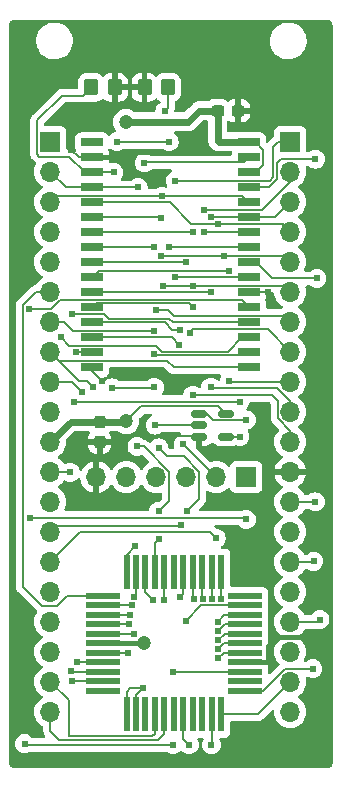
<source format=gtl>
%TF.GenerationSoftware,KiCad,Pcbnew,7.0.5*%
%TF.CreationDate,2023-07-19T21:52:06+09:00*%
%TF.ProjectId,MEZ80SPI_NOEX,4d455a38-3053-4504-995f-4e4f45582e6b,2.0*%
%TF.SameCoordinates,PX6e3c370PY76b1be0*%
%TF.FileFunction,Copper,L1,Top*%
%TF.FilePolarity,Positive*%
%FSLAX46Y46*%
G04 Gerber Fmt 4.6, Leading zero omitted, Abs format (unit mm)*
G04 Created by KiCad (PCBNEW 7.0.5) date 2023-07-19 21:52:06*
%MOMM*%
%LPD*%
G01*
G04 APERTURE LIST*
G04 Aperture macros list*
%AMRoundRect*
0 Rectangle with rounded corners*
0 $1 Rounding radius*
0 $2 $3 $4 $5 $6 $7 $8 $9 X,Y pos of 4 corners*
0 Add a 4 corners polygon primitive as box body*
4,1,4,$2,$3,$4,$5,$6,$7,$8,$9,$2,$3,0*
0 Add four circle primitives for the rounded corners*
1,1,$1+$1,$2,$3*
1,1,$1+$1,$4,$5*
1,1,$1+$1,$6,$7*
1,1,$1+$1,$8,$9*
0 Add four rect primitives between the rounded corners*
20,1,$1+$1,$2,$3,$4,$5,0*
20,1,$1+$1,$4,$5,$6,$7,0*
20,1,$1+$1,$6,$7,$8,$9,0*
20,1,$1+$1,$8,$9,$2,$3,0*%
G04 Aperture macros list end*
%TA.AperFunction,SMDPad,CuDef*%
%ADD10RoundRect,0.250000X0.350000X0.450000X-0.350000X0.450000X-0.350000X-0.450000X0.350000X-0.450000X0*%
%TD*%
%TA.AperFunction,ComponentPad*%
%ADD11R,1.700000X1.700000*%
%TD*%
%TA.AperFunction,ComponentPad*%
%ADD12O,1.700000X1.700000*%
%TD*%
%TA.AperFunction,SMDPad,CuDef*%
%ADD13RoundRect,0.237500X-0.237500X0.300000X-0.237500X-0.300000X0.237500X-0.300000X0.237500X0.300000X0*%
%TD*%
%TA.AperFunction,SMDPad,CuDef*%
%ADD14R,3.000000X0.550000*%
%TD*%
%TA.AperFunction,SMDPad,CuDef*%
%ADD15R,0.550000X3.000000*%
%TD*%
%TA.AperFunction,SMDPad,CuDef*%
%ADD16R,0.575000X3.000000*%
%TD*%
%TA.AperFunction,SMDPad,CuDef*%
%ADD17R,3.000000X0.575000*%
%TD*%
%TA.AperFunction,SMDPad,CuDef*%
%ADD18RoundRect,0.150000X-0.512500X-0.150000X0.512500X-0.150000X0.512500X0.150000X-0.512500X0.150000X0*%
%TD*%
%TA.AperFunction,SMDPad,CuDef*%
%ADD19R,1.850000X0.700000*%
%TD*%
%TA.AperFunction,SMDPad,CuDef*%
%ADD20RoundRect,0.237500X-0.300000X-0.237500X0.300000X-0.237500X0.300000X0.237500X-0.300000X0.237500X0*%
%TD*%
%TA.AperFunction,SMDPad,CuDef*%
%ADD21RoundRect,0.250000X-0.350000X-0.450000X0.350000X-0.450000X0.350000X0.450000X-0.350000X0.450000X0*%
%TD*%
%TA.AperFunction,ViaPad*%
%ADD22C,1.200000*%
%TD*%
%TA.AperFunction,ViaPad*%
%ADD23C,0.605000*%
%TD*%
%TA.AperFunction,ViaPad*%
%ADD24C,0.900000*%
%TD*%
%TA.AperFunction,Conductor*%
%ADD25C,0.400000*%
%TD*%
%TA.AperFunction,Conductor*%
%ADD26C,0.152400*%
%TD*%
%TA.AperFunction,Conductor*%
%ADD27C,0.200000*%
%TD*%
%TA.AperFunction,Conductor*%
%ADD28C,0.600000*%
%TD*%
G04 APERTURE END LIST*
D10*
X13770000Y57950000D03*
X11770000Y57950000D03*
D11*
X20390000Y24950000D03*
D12*
X17850000Y24950000D03*
X15310000Y24950000D03*
X12770000Y24950000D03*
X10230000Y24950000D03*
X7690000Y24950000D03*
D13*
X7970000Y29665000D03*
X7970000Y27940000D03*
D14*
X8247500Y14890000D03*
X8247500Y14090000D03*
X8247500Y13290000D03*
X8247500Y12490000D03*
X8247500Y11690000D03*
X8247500Y10890000D03*
X8247500Y10090000D03*
X8247500Y9290000D03*
X8247500Y8490000D03*
X8247500Y7690000D03*
X8247500Y6890000D03*
D15*
X10247500Y4890000D03*
X11047500Y4890000D03*
X11847500Y4890000D03*
X12647500Y4890000D03*
X13447500Y4890000D03*
X14247500Y4890000D03*
X15047500Y4890000D03*
D16*
X15860000Y4890000D03*
D15*
X16647500Y4890000D03*
X17447500Y4890000D03*
X18247500Y4890000D03*
D17*
X20247500Y6877500D03*
D14*
X20247500Y7690000D03*
X20247500Y8490000D03*
X20247500Y9290000D03*
X20247500Y10090000D03*
X20247500Y10890000D03*
X20247500Y11690000D03*
X20247500Y12490000D03*
X20247500Y13290000D03*
X20247500Y14090000D03*
X20247500Y14890000D03*
D16*
X18260000Y16890000D03*
D15*
X17447500Y16890000D03*
D16*
X16660000Y16890000D03*
X15860000Y16890000D03*
D15*
X15047500Y16890000D03*
X14247500Y16890000D03*
X13447500Y16890000D03*
X12647500Y16890000D03*
X11847500Y16890000D03*
X11047500Y16890000D03*
X10247500Y16890000D03*
D18*
X16375000Y30290000D03*
X16375000Y29340000D03*
X16375000Y28390000D03*
X18650000Y28390000D03*
X18650000Y30290000D03*
D19*
X7330000Y53290000D03*
X7330000Y52020000D03*
X7330000Y50750000D03*
X7330000Y49480000D03*
X7330000Y48210000D03*
X7330000Y46940000D03*
X7330000Y45670000D03*
X7330000Y44400000D03*
X7330000Y43130000D03*
X7330000Y41860000D03*
X7330000Y40590000D03*
X7330000Y39320000D03*
X7330000Y38050000D03*
X7330000Y36780000D03*
X7330000Y35510000D03*
X7330000Y34240000D03*
X20630000Y34240000D03*
X20630000Y35510000D03*
X20630000Y36780000D03*
X20630000Y38050000D03*
X20630000Y39320000D03*
X20630000Y40590000D03*
X20630000Y41860000D03*
X20630000Y43130000D03*
X20630000Y44400000D03*
X20630000Y45670000D03*
X20630000Y46940000D03*
X20630000Y48210000D03*
X20630000Y49480000D03*
X20630000Y50750000D03*
X20630000Y52020000D03*
X20630000Y53290000D03*
D20*
X17965000Y55970000D03*
X19690000Y55970000D03*
D21*
X7250000Y57950000D03*
X9250000Y57950000D03*
D11*
X3790000Y53340000D03*
D12*
X3790000Y50800000D03*
X3790000Y48260000D03*
X3790000Y45720000D03*
X3790000Y43180000D03*
X3790000Y40640000D03*
X3790000Y38100000D03*
X3790000Y35560000D03*
X3790000Y33020000D03*
X3790000Y30480000D03*
X3790000Y27940000D03*
X3790000Y25400000D03*
X3790000Y22860000D03*
X3790000Y20320000D03*
X3790000Y17780000D03*
X3790000Y15240000D03*
X3790000Y12700000D03*
X3790000Y10160000D03*
X3790000Y7620000D03*
X3790000Y5080000D03*
D11*
X24110000Y53340000D03*
D12*
X24110000Y50800000D03*
X24110000Y48260000D03*
X24110000Y45720000D03*
X24110000Y43180000D03*
X24110000Y40640000D03*
X24110000Y38100000D03*
X24110000Y35560000D03*
X24110000Y33020000D03*
X24110000Y30480000D03*
X24110000Y27940000D03*
X24110000Y25400000D03*
X24110000Y22860000D03*
X24110000Y20320000D03*
X24110000Y17780000D03*
X24110000Y15240000D03*
X24110000Y12700000D03*
X24110000Y10160000D03*
X24110000Y7620000D03*
X24110000Y5080000D03*
D22*
X11700000Y10930000D03*
D23*
X11610000Y7100000D03*
D22*
X10229998Y55030000D03*
X10230000Y29680000D03*
D23*
X26000000Y20860000D03*
D22*
X16160000Y52930000D03*
D23*
X8160000Y33130000D03*
X18000000Y60000000D03*
X5000000Y59000000D03*
X27000000Y44000000D03*
X20000000Y19000000D03*
X7000000Y61000000D03*
X9060000Y52040000D03*
X5580000Y52630000D03*
X21000000Y61000000D03*
X20880000Y30840000D03*
D24*
X27000000Y11000000D03*
D23*
X1000000Y58000000D03*
X7000000Y55000000D03*
X26000000Y2000000D03*
X3000000Y1000000D03*
X21580000Y54920000D03*
X21000000Y2000000D03*
X22000000Y58000000D03*
X1000000Y53000000D03*
X1000000Y47000000D03*
X7870000Y26660000D03*
X27000000Y50000000D03*
X22230000Y40590000D03*
X27000000Y58000000D03*
D22*
X16000000Y58000000D03*
D23*
X9150000Y50750000D03*
X10920000Y14810000D03*
X11140000Y27550000D03*
X12960000Y22050000D03*
X12960006Y19710000D03*
X11220000Y49500000D03*
X17950000Y46361400D03*
X17493538Y14620706D03*
X18260000Y14621100D03*
X13170000Y46930000D03*
X18510000Y43708600D03*
X13170000Y43710000D03*
X13317500Y41160000D03*
X15300000Y12800000D03*
X15370000Y22090000D03*
X15870000Y41170000D03*
X12990000Y27430000D03*
X15870000Y45670000D03*
X17950000Y12720000D03*
X12611100Y44400000D03*
X12710000Y39130000D03*
X18024455Y11925545D03*
X15599300Y37177702D03*
X15320000Y43130000D03*
X17990000Y11140000D03*
X18940000Y42410000D03*
X18940000Y33075100D03*
X18000000Y10370000D03*
X17380000Y32575100D03*
X17381100Y40590000D03*
X15860000Y31890000D03*
X18010000Y9610000D03*
X15870000Y39320000D03*
X14838900Y20870000D03*
X5545545Y8535545D03*
X14778898Y37450000D03*
X15040000Y27750000D03*
X5640000Y7690000D03*
X14690000Y36170000D03*
X17830000Y19790000D03*
X5941459Y35520002D03*
X19830000Y31350000D03*
X5830000Y31340000D03*
X5489992Y25360026D03*
X19830000Y28390000D03*
X10360000Y10090000D03*
X10540000Y13290000D03*
X7380000Y32600000D03*
X12611100Y37360000D03*
X12611100Y35349700D03*
X9000000Y32510000D03*
X10670000Y14090000D03*
X12599996Y32550000D03*
X10470000Y12480000D03*
X4660000Y36790000D03*
X6490859Y32136412D03*
X5620000Y38780000D03*
X10900000Y11680000D03*
X2021100Y39180000D03*
X6080000Y9280000D03*
X14389997Y41860003D03*
X14390000Y50060000D03*
X14776288Y14778284D03*
X26350000Y41780000D03*
X26620000Y12900000D03*
X13450000Y14550000D03*
X9450000Y53350000D03*
X13849990Y44400000D03*
X13850000Y53350000D03*
X16770000Y47540000D03*
X16770000Y45670000D03*
X15978761Y14627503D03*
X16736136Y14621080D03*
X17390000Y46940000D03*
X12530000Y14570000D03*
X13230000Y48741100D03*
X26240000Y51880000D03*
X26240000Y22860000D03*
X11761098Y51568899D03*
X10990000Y19120000D03*
X13490000Y55930000D03*
X14180000Y2300000D03*
X14200000Y8470000D03*
X1610000Y2390000D03*
X17440000Y2290000D03*
X26080000Y17830000D03*
X26020000Y8740000D03*
X15560000Y2310000D03*
X20390000Y21370000D03*
X20390000Y29800000D03*
X2070000Y21500000D03*
X12684455Y29365545D03*
D25*
X26610000Y11390000D02*
X27000000Y11000000D01*
X22970000Y11390000D02*
X26610000Y11390000D01*
X22210000Y10630000D02*
X22970000Y11390000D01*
X22210000Y9350000D02*
X22210000Y10630000D01*
D26*
X11047500Y6537500D02*
X11610000Y7100000D01*
D27*
X20630000Y53290000D02*
X21205000Y53290000D01*
X21807400Y52687600D02*
X21807400Y51352400D01*
D28*
X18040000Y53360000D02*
X17965000Y53435000D01*
D26*
X11047500Y4890000D02*
X11047500Y6537500D01*
X10247500Y6777500D02*
X10540000Y7070000D01*
X10247500Y4890000D02*
X10247500Y6777500D01*
D27*
X21205000Y50750000D02*
X20630000Y50750000D01*
D28*
X3790000Y27940000D02*
X5515000Y29665000D01*
X16390000Y55970000D02*
X17965000Y55970000D01*
D27*
X21807400Y51352400D02*
X21205000Y50750000D01*
D28*
X15450000Y55030000D02*
X16390000Y55970000D01*
X20630000Y53360000D02*
X18040000Y53360000D01*
X10229998Y55030000D02*
X15450000Y55030000D01*
D26*
X11580000Y7070000D02*
X11610000Y7100000D01*
D27*
X21205000Y53290000D02*
X21807400Y52687600D01*
X18000000Y30940000D02*
X11490000Y30940000D01*
X11490000Y30940000D02*
X10230000Y29680000D01*
D26*
X10540000Y7070000D02*
X11580000Y7070000D01*
D28*
X5515000Y29665000D02*
X7970000Y29665000D01*
X17965000Y53435000D02*
X17965000Y55970002D01*
D25*
X8247500Y10890000D02*
X11702800Y10890000D01*
D27*
X18650000Y30290000D02*
X18000000Y30940000D01*
D28*
X7970000Y29665000D02*
X10215000Y29665000D01*
D27*
X20630000Y53360000D02*
X20630000Y53290000D01*
X9040000Y52020000D02*
X9060000Y52040000D01*
X15520000Y52290000D02*
X16160000Y52930000D01*
X15520000Y52280000D02*
X15520000Y52290000D01*
X16305000Y28460000D02*
X16375000Y28390000D01*
X6190000Y52020000D02*
X5580000Y52630000D01*
X10360000Y28460000D02*
X16305000Y28460000D01*
X7970000Y27940000D02*
X7970000Y26760000D01*
D26*
X7330000Y34240000D02*
X7330000Y33960000D01*
D25*
X20247500Y9290000D02*
X22150000Y9290000D01*
D26*
X7970000Y26760000D02*
X7870000Y26660000D01*
D27*
X7330000Y52020000D02*
X9040000Y52020000D01*
X7330000Y52020000D02*
X6190000Y52020000D01*
X9300000Y52280000D02*
X15520000Y52280000D01*
X7690000Y26480000D02*
X7690000Y24950000D01*
X7330000Y33960000D02*
X8160000Y33130000D01*
D26*
X20630000Y40590000D02*
X22230000Y40590000D01*
D27*
X7870000Y26660000D02*
X7690000Y26480000D01*
X22150000Y9290000D02*
X22210000Y9350000D01*
X7970000Y27940000D02*
X9840000Y27940000D01*
X9840000Y27940000D02*
X10360000Y28460000D01*
X9060000Y52040000D02*
X9300000Y52280000D01*
D26*
X6560000Y57260000D02*
X7250000Y57950000D01*
X11047500Y14937500D02*
X10920000Y14810000D01*
X2680000Y52292800D02*
X2680000Y55180000D01*
X5340000Y52100000D02*
X2872800Y52100000D01*
X7330000Y50750000D02*
X6690000Y50750000D01*
X4760000Y57260000D02*
X6560000Y57260000D01*
X11047500Y16890000D02*
X11047500Y14937500D01*
X6690000Y50750000D02*
X5340000Y52100000D01*
X2680000Y55180000D02*
X4760000Y57260000D01*
X9150000Y50750000D02*
X7330000Y50750000D01*
X2872800Y52100000D02*
X2680000Y52292800D01*
X12647500Y19397494D02*
X12960006Y19710000D01*
X13848600Y25396771D02*
X13848600Y22938600D01*
X5110000Y49480000D02*
X7330000Y49480000D01*
X3790000Y50800000D02*
X5110000Y49480000D01*
X12647500Y16890000D02*
X12647500Y19397494D01*
X7330000Y49480000D02*
X11200000Y49480000D01*
X11140000Y27550000D02*
X11695371Y27550000D01*
X13848600Y22938600D02*
X12960000Y22050000D01*
X11695371Y27550000D02*
X13848600Y25396771D01*
X11200000Y49480000D02*
X11220000Y49500000D01*
X23468600Y46361400D02*
X17950000Y46361400D01*
X17447500Y14666744D02*
X17493538Y14620706D01*
X24110000Y45720000D02*
X23468600Y46361400D01*
X13890000Y48210000D02*
X7330000Y48210000D01*
X15738600Y46361400D02*
X13890000Y48210000D01*
X17447500Y16890000D02*
X17447500Y14666744D01*
X17950000Y46361400D02*
X15738600Y46361400D01*
X13170000Y46930000D02*
X13160000Y46940000D01*
X18260000Y16890000D02*
X18260000Y14621100D01*
X18510000Y43708600D02*
X13171400Y43708600D01*
X23581400Y43708600D02*
X18510000Y43708600D01*
X13171400Y43708600D02*
X13170000Y43710000D01*
X24110000Y43180000D02*
X23581400Y43708600D01*
X13160000Y46940000D02*
X7330000Y46940000D01*
X16388600Y23108600D02*
X16388600Y25411398D01*
X20247500Y14090000D02*
X16590000Y14090000D01*
X15079998Y26720000D02*
X13700000Y26720000D01*
X15870000Y41170000D02*
X13327500Y41170000D01*
X23581400Y41168600D02*
X15871400Y41168600D01*
X16590000Y14090000D02*
X15300000Y12800000D01*
X13700000Y26720000D02*
X12990000Y27430000D01*
X16388600Y25411398D02*
X15079998Y26720000D01*
X15870000Y45670000D02*
X7330000Y45670000D01*
X15871400Y41168600D02*
X15870000Y41170000D01*
X24110000Y40640000D02*
X23581400Y41168600D01*
X15370000Y22090000D02*
X16388600Y23108600D01*
X7330000Y44400000D02*
X12611100Y44400000D01*
X14251052Y38640000D02*
X13761052Y39130000D01*
X18520000Y13290000D02*
X17950000Y12720000D01*
X20247500Y13290000D02*
X18520000Y13290000D01*
X24110000Y38100000D02*
X23570000Y38640000D01*
X13761052Y39130000D02*
X12710000Y39130000D01*
X23570000Y38640000D02*
X14251052Y38640000D01*
X15320000Y43130000D02*
X7330000Y43130000D01*
X20247500Y12490000D02*
X18588910Y12490000D01*
X15891598Y37470000D02*
X15599300Y37177702D01*
X22200000Y37470000D02*
X15891598Y37470000D01*
X24110000Y35560000D02*
X22200000Y37470000D01*
X18588910Y12490000D02*
X18024455Y11925545D01*
X18021089Y11140000D02*
X17990000Y11140000D01*
X7880000Y42410000D02*
X7330000Y41860000D01*
X20247500Y11690000D02*
X18571089Y11690000D01*
X24110000Y33020000D02*
X18995100Y33020000D01*
X18940000Y42410000D02*
X7880000Y42410000D01*
X18995100Y33020000D02*
X18940000Y33075100D01*
X18571089Y11690000D02*
X18021089Y11140000D01*
X24110000Y30480000D02*
X24110000Y31390000D01*
X24110000Y31390000D02*
X22956000Y32544000D01*
X22956000Y32544000D02*
X17411100Y32544000D01*
X17411100Y32544000D02*
X17380000Y32575100D01*
X7330000Y40590000D02*
X17381100Y40590000D01*
X18520000Y10890000D02*
X18000000Y10370000D01*
X20247500Y10890000D02*
X18520000Y10890000D01*
X23030000Y29950000D02*
X24110000Y28870000D01*
X23030000Y31440000D02*
X23030000Y29950000D01*
X15528900Y39661100D02*
X15870000Y39320000D01*
X15860000Y31890000D02*
X22580000Y31890000D01*
X24110000Y28870000D02*
X24110000Y27940000D01*
X7671100Y39661100D02*
X15528900Y39661100D01*
X20247500Y10090000D02*
X18490000Y10090000D01*
X7330000Y39320000D02*
X7671100Y39661100D01*
X22580000Y31890000D02*
X23030000Y31440000D01*
X18490000Y10090000D02*
X18010000Y9610000D01*
X4250000Y20780000D02*
X3790000Y20320000D01*
X14838900Y20870000D02*
X14748900Y20780000D01*
X14748900Y20780000D02*
X4250000Y20780000D01*
X13470000Y38050000D02*
X14070000Y37450000D01*
X5591090Y8490000D02*
X5545545Y8535545D01*
X7330000Y38050000D02*
X13470000Y38050000D01*
X8247500Y8490000D02*
X5591090Y8490000D01*
X14070000Y37450000D02*
X14778898Y37450000D01*
X7330000Y36780000D02*
X14080000Y36780000D01*
X3790000Y17780000D02*
X6321102Y20311102D01*
X8247500Y7690000D02*
X5640000Y7690000D01*
X15050000Y27750000D02*
X15040000Y27750000D01*
X17850000Y24950000D02*
X15050000Y27750000D01*
X6321102Y20311102D02*
X17308898Y20311102D01*
X17308898Y20311102D02*
X17830000Y19790000D01*
X14080000Y36780000D02*
X14690000Y36170000D01*
X7330000Y35510000D02*
X5951461Y35510000D01*
X19830000Y31350000D02*
X5840000Y31350000D01*
X5450018Y25400000D02*
X5489992Y25360026D01*
X5951461Y35510000D02*
X5941459Y35520002D01*
X3790000Y25400000D02*
X5450018Y25400000D01*
X5840000Y31350000D02*
X5830000Y31340000D01*
X8247500Y10090000D02*
X10360000Y10090000D01*
X18650000Y28390000D02*
X19830000Y28390000D01*
X14277896Y34240000D02*
X20630000Y34240000D01*
X4531400Y34818600D02*
X13699296Y34818600D01*
X8247500Y13290000D02*
X10540000Y13290000D01*
X13699296Y34818600D02*
X14277896Y34240000D01*
X7380000Y32600000D02*
X6860000Y33120000D01*
X6860000Y33120000D02*
X6230000Y33120000D01*
X3790000Y35560000D02*
X4531400Y34818600D01*
X6230000Y33120000D02*
X4531400Y34818600D01*
X8247500Y14090000D02*
X10670000Y14090000D01*
X20395200Y35275200D02*
X12685600Y35275200D01*
X12685600Y35275200D02*
X12611100Y35349700D01*
X3790000Y38100000D02*
X4992081Y38100000D01*
X5732081Y37360000D02*
X12611100Y37360000D01*
X4992081Y38100000D02*
X5732081Y37360000D01*
X12559996Y32510000D02*
X12599996Y32550000D01*
X20630000Y35510000D02*
X20395200Y35275200D01*
X9000000Y32510000D02*
X12559996Y32510000D01*
X13290000Y35580000D02*
X12781400Y36088600D01*
X10460000Y12490000D02*
X10470000Y12480000D01*
X20630000Y36780000D02*
X20055000Y36780000D01*
X5361400Y36088600D02*
X4660000Y36790000D01*
X18855000Y35580000D02*
X13290000Y35580000D01*
X3790000Y33020000D02*
X5607271Y33020000D01*
X5607271Y33020000D02*
X6490859Y32136412D01*
X12781400Y36088600D02*
X5361400Y36088600D01*
X8247500Y12490000D02*
X10460000Y12490000D01*
X20055000Y36780000D02*
X18855000Y35580000D01*
X8247500Y11690000D02*
X10890000Y11690000D01*
X5658600Y38741400D02*
X5620000Y38780000D01*
X13820000Y38370000D02*
X8742200Y38370000D01*
X14140000Y38050000D02*
X13820000Y38370000D01*
X8742200Y38370000D02*
X8370800Y38741400D01*
X20630000Y38050000D02*
X14140000Y38050000D01*
X8370800Y38741400D02*
X5658600Y38741400D01*
X10890000Y11690000D02*
X10900000Y11680000D01*
X3855371Y39180000D02*
X2021100Y39180000D01*
X4641271Y39965900D02*
X3855371Y39180000D01*
X8247500Y9290000D02*
X6090000Y9290000D01*
X20630000Y39320000D02*
X19984100Y39965900D01*
X19984100Y39965900D02*
X4641271Y39965900D01*
X6090000Y9290000D02*
X6080000Y9280000D01*
X23107600Y53340000D02*
X22690000Y52922400D01*
X22690000Y52922400D02*
X22690000Y50331052D01*
X24110000Y53340000D02*
X23107600Y53340000D01*
X20630000Y41860000D02*
X14390000Y41860000D01*
X22690000Y50331052D02*
X22428948Y50070000D01*
X15047500Y15049496D02*
X14776288Y14778284D01*
X22428948Y50070000D02*
X14400000Y50070000D01*
X15047500Y16890000D02*
X15047500Y15049496D01*
X20630000Y43130000D02*
X21205000Y43130000D01*
X24110000Y12700000D02*
X26420000Y12700000D01*
X21205000Y43130000D02*
X22555000Y41780000D01*
X22555000Y41780000D02*
X26350000Y41780000D01*
X26420000Y12700000D02*
X26620000Y12900000D01*
X13447500Y14552500D02*
X13450000Y14550000D01*
X20630000Y44400000D02*
X13849990Y44400000D01*
X13850000Y53350000D02*
X9450000Y53350000D01*
X13447500Y16890000D02*
X13447500Y14552500D01*
X15860000Y14746264D02*
X15978761Y14627503D01*
X15860000Y16890000D02*
X15860000Y14746264D01*
X24110000Y50800000D02*
X24110000Y49957800D01*
X24110000Y49957800D02*
X21692200Y47540000D01*
X21692200Y47540000D02*
X16770000Y47540000D01*
X20630000Y45670000D02*
X16770000Y45670000D01*
X22790000Y46940000D02*
X24110000Y48260000D01*
X16660000Y16890000D02*
X16660000Y14697216D01*
X20630000Y46940000D02*
X22790000Y46940000D01*
X16660000Y14697216D02*
X16736136Y14621080D01*
X17390000Y46940000D02*
X20630000Y46940000D01*
X20051400Y48788600D02*
X20630000Y48210000D01*
X4318600Y48788600D02*
X20051400Y48788600D01*
X11847500Y16890000D02*
X11847500Y15252500D01*
X11847500Y15252500D02*
X12530000Y14570000D01*
X3790000Y48260000D02*
X4318600Y48788600D01*
X20630000Y49480000D02*
X22270000Y49480000D01*
X26241400Y51878600D02*
X26240000Y51880000D01*
X22270000Y49480000D02*
X23000000Y50210000D01*
X23000000Y50210000D02*
X23000000Y51520000D01*
X23000000Y51520000D02*
X23358600Y51878600D01*
X23358600Y51878600D02*
X26241400Y51878600D01*
X26240000Y22860000D02*
X24110000Y22860000D01*
X20630000Y52020000D02*
X20210000Y51600000D01*
X10247500Y16890000D02*
X10247500Y18377500D01*
X10247500Y18377500D02*
X10990000Y19120000D01*
X11792199Y51600000D02*
X11761098Y51568899D01*
X13770000Y56210000D02*
X13490000Y55930000D01*
X20210000Y51600000D02*
X11792199Y51600000D01*
X13770000Y57950000D02*
X13770000Y56210000D01*
X14170000Y2290000D02*
X1710000Y2290000D01*
X14180000Y2300000D02*
X14170000Y2290000D01*
X1710000Y2290000D02*
X1610000Y2390000D01*
X14220000Y8490000D02*
X20247500Y8490000D01*
X14200000Y8470000D02*
X14220000Y8490000D01*
X17447500Y4890000D02*
X17447500Y2297500D01*
X17447500Y2297500D02*
X17440000Y2290000D01*
X1490000Y39542081D02*
X2587919Y40640000D01*
X5240000Y14890000D02*
X4400000Y14050000D01*
X1490000Y15640000D02*
X1490000Y39542081D01*
X4400000Y14050000D02*
X3080000Y14050000D01*
X8247500Y14890000D02*
X5240000Y14890000D01*
X2587919Y40640000D02*
X3790000Y40640000D01*
X3080000Y14050000D02*
X1490000Y15640000D01*
X12647500Y3237600D02*
X12647500Y4890000D01*
X5350000Y3010000D02*
X12419900Y3010000D01*
X3790000Y7620000D02*
X5350000Y6060000D01*
X5350000Y6060000D02*
X5350000Y3010000D01*
X12419900Y3010000D02*
X12647500Y3237600D01*
X3790000Y5080000D02*
X3790000Y3450000D01*
X4560000Y2680000D02*
X12889900Y2680000D01*
X3790000Y3450000D02*
X4560000Y2680000D01*
X13447500Y3237600D02*
X13447500Y4890000D01*
X12889900Y2680000D02*
X13447500Y3237600D01*
X23704629Y8740000D02*
X26020000Y8740000D01*
X20247500Y6877500D02*
X21842129Y6877500D01*
X26030000Y17780000D02*
X26080000Y17830000D01*
X24110000Y17780000D02*
X26030000Y17780000D01*
X21842129Y6877500D02*
X23704629Y8740000D01*
X18247500Y4890000D02*
X21380000Y4890000D01*
X21380000Y4890000D02*
X24110000Y7620000D01*
X15047500Y4890000D02*
X15047500Y2822500D01*
X15047500Y2822500D02*
X15560000Y2310000D01*
X20390000Y21370000D02*
X20260000Y21500000D01*
X20390000Y29800000D02*
X20351400Y29761400D01*
X20260000Y21500000D02*
X2070000Y21500000D01*
X17030000Y30290000D02*
X16375000Y30290000D01*
X20351400Y29761400D02*
X17558600Y29761400D01*
X17558600Y29761400D02*
X17030000Y30290000D01*
X16375000Y29340000D02*
X16365000Y29330000D01*
X16365000Y29330000D02*
X12720000Y29330000D01*
X12720000Y29330000D02*
X12684455Y29365545D01*
%TA.AperFunction,Conductor*%
G36*
X22356800Y31293615D02*
G01*
X22377442Y31276981D01*
X22416981Y31237442D01*
X22450466Y31176119D01*
X22453300Y31149761D01*
X22453300Y29991865D01*
X22452769Y29983764D01*
X22448324Y29950002D01*
X22448324Y29949998D01*
X22452631Y29917281D01*
X22454271Y29904828D01*
X22468143Y29799453D01*
X22468144Y29799451D01*
X22526253Y29659163D01*
X22577352Y29592569D01*
X22618690Y29538696D01*
X22618691Y29538695D01*
X22618693Y29538693D01*
X22635979Y29525429D01*
X22645711Y29517961D01*
X22651806Y29512617D01*
X22907425Y29256998D01*
X23124581Y29039842D01*
X23158066Y28978519D01*
X23153082Y28908827D01*
X23124583Y28864481D01*
X23071503Y28811401D01*
X22935965Y28617831D01*
X22935964Y28617829D01*
X22836098Y28403665D01*
X22836094Y28403656D01*
X22774938Y28175414D01*
X22774936Y28175404D01*
X22754341Y27940001D01*
X22754341Y27940000D01*
X22774936Y27704597D01*
X22774938Y27704587D01*
X22836094Y27476345D01*
X22836096Y27476341D01*
X22836097Y27476337D01*
X22910684Y27316385D01*
X22935965Y27262170D01*
X22935967Y27262166D01*
X23071501Y27068605D01*
X23071506Y27068598D01*
X23238597Y26901507D01*
X23238603Y26901502D01*
X23424594Y26771270D01*
X23468219Y26716693D01*
X23475413Y26647195D01*
X23443890Y26584840D01*
X23424595Y26568120D01*
X23238922Y26438110D01*
X23238920Y26438109D01*
X23071891Y26271080D01*
X23071886Y26271074D01*
X22936400Y26077580D01*
X22936399Y26077578D01*
X22836570Y25863493D01*
X22836567Y25863487D01*
X22779364Y25650001D01*
X22779364Y25650000D01*
X23676314Y25650000D01*
X23650507Y25609844D01*
X23610000Y25471889D01*
X23610000Y25328111D01*
X23650507Y25190156D01*
X23676314Y25150000D01*
X22779364Y25150000D01*
X22836567Y24936514D01*
X22836570Y24936508D01*
X22936399Y24722422D01*
X23071894Y24528918D01*
X23238917Y24361895D01*
X23424595Y24231881D01*
X23468219Y24177304D01*
X23475412Y24107805D01*
X23443890Y24045451D01*
X23424595Y24028731D01*
X23238594Y23898492D01*
X23071505Y23731403D01*
X22935965Y23537831D01*
X22935964Y23537829D01*
X22836098Y23323665D01*
X22836094Y23323656D01*
X22774938Y23095414D01*
X22774936Y23095404D01*
X22754341Y22860001D01*
X22754341Y22860000D01*
X22774936Y22624597D01*
X22774938Y22624587D01*
X22836094Y22396345D01*
X22836096Y22396341D01*
X22836097Y22396337D01*
X22914493Y22228217D01*
X22935965Y22182170D01*
X22935967Y22182166D01*
X23012982Y22072178D01*
X23062273Y22001783D01*
X23071501Y21988605D01*
X23071506Y21988598D01*
X23238597Y21821507D01*
X23238603Y21821502D01*
X23424158Y21691575D01*
X23467783Y21636998D01*
X23474977Y21567500D01*
X23443454Y21505145D01*
X23424158Y21488425D01*
X23238597Y21358495D01*
X23071505Y21191403D01*
X22935965Y20997831D01*
X22935964Y20997829D01*
X22836098Y20783665D01*
X22836094Y20783656D01*
X22774938Y20555414D01*
X22774936Y20555404D01*
X22754341Y20320001D01*
X22754341Y20320000D01*
X22774936Y20084597D01*
X22774938Y20084587D01*
X22836094Y19856345D01*
X22836096Y19856341D01*
X22836097Y19856337D01*
X22902136Y19714717D01*
X22935965Y19642170D01*
X22935967Y19642166D01*
X23071501Y19448605D01*
X23071506Y19448598D01*
X23238597Y19281507D01*
X23238603Y19281502D01*
X23424158Y19151575D01*
X23467783Y19096998D01*
X23474977Y19027500D01*
X23443454Y18965145D01*
X23424158Y18948425D01*
X23238597Y18818495D01*
X23071505Y18651403D01*
X22935965Y18457831D01*
X22935964Y18457829D01*
X22836098Y18243665D01*
X22836094Y18243656D01*
X22774938Y18015414D01*
X22774936Y18015404D01*
X22754341Y17780001D01*
X22754341Y17780000D01*
X22774936Y17544597D01*
X22774938Y17544587D01*
X22836094Y17316345D01*
X22836096Y17316341D01*
X22836097Y17316337D01*
X22922192Y17131706D01*
X22935965Y17102170D01*
X22935967Y17102166D01*
X23071501Y16908605D01*
X23071506Y16908598D01*
X23238597Y16741507D01*
X23238603Y16741502D01*
X23424158Y16611575D01*
X23467783Y16556998D01*
X23474977Y16487500D01*
X23443454Y16425145D01*
X23424158Y16408425D01*
X23238597Y16278495D01*
X23071505Y16111403D01*
X22935965Y15917831D01*
X22935964Y15917829D01*
X22836098Y15703665D01*
X22836094Y15703656D01*
X22774938Y15475414D01*
X22774936Y15475404D01*
X22754341Y15240001D01*
X22754341Y15240000D01*
X22774936Y15004597D01*
X22774938Y15004587D01*
X22836094Y14776345D01*
X22836096Y14776341D01*
X22836097Y14776337D01*
X22922758Y14590492D01*
X22935965Y14562170D01*
X22935967Y14562166D01*
X23071501Y14368605D01*
X23071506Y14368598D01*
X23238597Y14201507D01*
X23238603Y14201502D01*
X23424158Y14071575D01*
X23467783Y14016998D01*
X23474977Y13947500D01*
X23443454Y13885145D01*
X23424158Y13868425D01*
X23238597Y13738495D01*
X23071505Y13571403D01*
X22935965Y13377831D01*
X22935964Y13377829D01*
X22836098Y13163665D01*
X22836094Y13163656D01*
X22774938Y12935414D01*
X22774936Y12935404D01*
X22754341Y12700001D01*
X22754341Y12700000D01*
X22774936Y12464597D01*
X22774938Y12464587D01*
X22836094Y12236345D01*
X22836096Y12236341D01*
X22836097Y12236337D01*
X22904335Y12090000D01*
X22935965Y12022170D01*
X22935967Y12022166D01*
X23071501Y11828605D01*
X23071506Y11828598D01*
X23238597Y11661507D01*
X23238603Y11661502D01*
X23424158Y11531575D01*
X23467783Y11476998D01*
X23474977Y11407500D01*
X23443454Y11345145D01*
X23424158Y11328425D01*
X23238597Y11198495D01*
X23071505Y11031403D01*
X22935965Y10837831D01*
X22935964Y10837829D01*
X22836098Y10623665D01*
X22836094Y10623656D01*
X22774938Y10395414D01*
X22774936Y10395404D01*
X22754341Y10160001D01*
X22754341Y10160000D01*
X22774936Y9924597D01*
X22774938Y9924587D01*
X22836094Y9696345D01*
X22836096Y9696341D01*
X22836097Y9696337D01*
X22875038Y9612828D01*
X22935965Y9482170D01*
X22935967Y9482166D01*
X23038045Y9336385D01*
X23051828Y9316700D01*
X23071501Y9288605D01*
X23071506Y9288598D01*
X23166896Y9193208D01*
X23200381Y9131885D01*
X23195397Y9062193D01*
X23166896Y9017846D01*
X22459680Y8310630D01*
X22398357Y8277145D01*
X22328665Y8282129D01*
X22272732Y8324001D01*
X22248315Y8389465D01*
X22247999Y8398294D01*
X22247999Y8812872D01*
X22241591Y8872483D01*
X22241590Y8872484D01*
X22240880Y8879096D01*
X22240881Y8905607D01*
X22247499Y8967158D01*
X22247500Y8967173D01*
X22247500Y9040000D01*
X22228909Y9040000D01*
X22161870Y9059685D01*
X22129644Y9089687D01*
X22105046Y9122546D01*
X22013957Y9190735D01*
X21972088Y9246667D01*
X21967104Y9316359D01*
X22000589Y9377682D01*
X22013952Y9389262D01*
X22105046Y9457454D01*
X22129643Y9490313D01*
X22185576Y9532182D01*
X22228909Y9540000D01*
X22247500Y9540000D01*
X22247500Y9612828D01*
X22247499Y9612840D01*
X22240880Y9674396D01*
X22240880Y9700910D01*
X22241590Y9707515D01*
X22241591Y9707517D01*
X22248000Y9767127D01*
X22247999Y10412872D01*
X22241591Y10472483D01*
X22241589Y10472487D01*
X22241132Y10476745D01*
X22241132Y10503255D01*
X22241589Y10507514D01*
X22241591Y10507517D01*
X22248000Y10567127D01*
X22247999Y11212872D01*
X22241591Y11272483D01*
X22241589Y11272487D01*
X22241132Y11276745D01*
X22241132Y11303255D01*
X22241589Y11307514D01*
X22241591Y11307517D01*
X22248000Y11367127D01*
X22247999Y12012872D01*
X22241591Y12072483D01*
X22241589Y12072487D01*
X22241132Y12076745D01*
X22241132Y12103255D01*
X22241589Y12107514D01*
X22241591Y12107517D01*
X22248000Y12167127D01*
X22247999Y12812872D01*
X22241591Y12872483D01*
X22241589Y12872487D01*
X22241132Y12876745D01*
X22241132Y12903255D01*
X22241589Y12907514D01*
X22241591Y12907517D01*
X22248000Y12967127D01*
X22247999Y13612872D01*
X22241591Y13672483D01*
X22241589Y13672487D01*
X22241132Y13676745D01*
X22241132Y13703255D01*
X22241589Y13707514D01*
X22241591Y13707517D01*
X22248000Y13767127D01*
X22247999Y14412872D01*
X22241591Y14472483D01*
X22241589Y14472487D01*
X22241132Y14476745D01*
X22241132Y14503255D01*
X22241589Y14507514D01*
X22241591Y14507517D01*
X22248000Y14567127D01*
X22247999Y15212872D01*
X22241591Y15272483D01*
X22191296Y15407331D01*
X22191295Y15407332D01*
X22191293Y15407336D01*
X22105047Y15522545D01*
X22105044Y15522548D01*
X21989835Y15608794D01*
X21989828Y15608798D01*
X21854982Y15659092D01*
X21854983Y15659092D01*
X21795383Y15665499D01*
X21795381Y15665500D01*
X21795373Y15665500D01*
X21795365Y15665500D01*
X19171999Y15665500D01*
X19104960Y15685185D01*
X19059205Y15737989D01*
X19047999Y15789500D01*
X19047999Y18437871D01*
X19047998Y18437877D01*
X19047997Y18437884D01*
X19041591Y18497483D01*
X19018998Y18558057D01*
X18991297Y18632329D01*
X18991293Y18632336D01*
X18905047Y18747545D01*
X18905044Y18747548D01*
X18789835Y18833794D01*
X18789828Y18833798D01*
X18654986Y18884090D01*
X18654985Y18884091D01*
X18654983Y18884091D01*
X18595373Y18890500D01*
X18595364Y18890500D01*
X18338174Y18890500D01*
X18271135Y18910185D01*
X18225380Y18962989D01*
X18215436Y19032147D01*
X18244461Y19095703D01*
X18272199Y19119492D01*
X18333830Y19158217D01*
X18461783Y19286170D01*
X18558056Y19439387D01*
X18617821Y19610185D01*
X18631124Y19728255D01*
X18638081Y19789997D01*
X18638081Y19790004D01*
X18617822Y19969807D01*
X18617821Y19969813D01*
X18617821Y19969815D01*
X18558056Y20140613D01*
X18461783Y20293830D01*
X18333830Y20421783D01*
X18333830Y20421784D01*
X18180612Y20518057D01*
X18009809Y20577823D01*
X17881562Y20592273D01*
X17817148Y20619340D01*
X17807765Y20627812D01*
X17787804Y20647773D01*
X17746281Y20689296D01*
X17740940Y20695386D01*
X17720205Y20722409D01*
X17719127Y20723814D01*
X17693933Y20788983D01*
X17707972Y20857428D01*
X17756786Y20907418D01*
X17817503Y20923300D01*
X19653788Y20923300D01*
X19720827Y20903615D01*
X19753105Y20871004D01*
X19753874Y20871616D01*
X19758217Y20866170D01*
X19886170Y20738217D01*
X20039387Y20641944D01*
X20210185Y20582179D01*
X20210191Y20582179D01*
X20210193Y20582178D01*
X20389996Y20561919D01*
X20390000Y20561919D01*
X20390004Y20561919D01*
X20569806Y20582178D01*
X20569805Y20582178D01*
X20569815Y20582179D01*
X20740613Y20641944D01*
X20893830Y20738217D01*
X21021783Y20866170D01*
X21118056Y21019387D01*
X21177821Y21190185D01*
X21198081Y21370000D01*
X21177821Y21549815D01*
X21118056Y21720613D01*
X21021783Y21873830D01*
X20893830Y22001783D01*
X20740612Y22098057D01*
X20569812Y22157822D01*
X20569806Y22157823D01*
X20390004Y22178081D01*
X20389996Y22178081D01*
X20210193Y22157823D01*
X20210187Y22157822D01*
X20039385Y22098056D01*
X20035649Y22095708D01*
X19969675Y22076700D01*
X16471638Y22076700D01*
X16404599Y22096385D01*
X16358844Y22149189D01*
X16348900Y22218347D01*
X16377925Y22281903D01*
X16383957Y22288381D01*
X16536189Y22440613D01*
X16766791Y22671216D01*
X16772881Y22676557D01*
X16799907Y22697293D01*
X16892346Y22817762D01*
X16950456Y22958051D01*
X16965300Y23070803D01*
X16965300Y23070804D01*
X16970276Y23108600D01*
X16965831Y23142364D01*
X16965300Y23150465D01*
X16965300Y23682616D01*
X16984985Y23749655D01*
X17037789Y23795410D01*
X17106947Y23805354D01*
X17160425Y23784189D01*
X17172170Y23775965D01*
X17386337Y23676097D01*
X17614592Y23614937D01*
X17791034Y23599500D01*
X17849999Y23594341D01*
X17850000Y23594341D01*
X17850001Y23594341D01*
X17908966Y23599500D01*
X18085408Y23614937D01*
X18313663Y23676097D01*
X18527830Y23775965D01*
X18721401Y23911505D01*
X18843329Y24033434D01*
X18904648Y24066916D01*
X18974340Y24061932D01*
X19030274Y24020061D01*
X19047189Y23989083D01*
X19096202Y23857672D01*
X19096206Y23857665D01*
X19182452Y23742456D01*
X19182455Y23742453D01*
X19297664Y23656207D01*
X19297671Y23656203D01*
X19432517Y23605909D01*
X19432516Y23605909D01*
X19439444Y23605165D01*
X19492127Y23599500D01*
X21287872Y23599501D01*
X21347483Y23605909D01*
X21482331Y23656204D01*
X21597546Y23742454D01*
X21683796Y23857669D01*
X21734091Y23992517D01*
X21740500Y24052127D01*
X21740499Y25847872D01*
X21734091Y25907483D01*
X21732810Y25910917D01*
X21683797Y26042329D01*
X21683793Y26042336D01*
X21597547Y26157545D01*
X21597544Y26157548D01*
X21482335Y26243794D01*
X21482328Y26243798D01*
X21347482Y26294092D01*
X21347483Y26294092D01*
X21287883Y26300499D01*
X21287881Y26300500D01*
X21287873Y26300500D01*
X21287864Y26300500D01*
X19492129Y26300500D01*
X19492123Y26300499D01*
X19432516Y26294092D01*
X19297671Y26243798D01*
X19297664Y26243794D01*
X19182455Y26157548D01*
X19182452Y26157545D01*
X19096206Y26042336D01*
X19096203Y26042331D01*
X19047189Y25910917D01*
X19005317Y25854984D01*
X18939853Y25830567D01*
X18871580Y25845419D01*
X18843326Y25866570D01*
X18721402Y25988494D01*
X18721395Y25988499D01*
X18527834Y26124033D01*
X18527830Y26124035D01*
X18476761Y26147849D01*
X18313663Y26223903D01*
X18313659Y26223904D01*
X18313655Y26223906D01*
X18085413Y26285062D01*
X18085403Y26285064D01*
X17850001Y26305659D01*
X17849999Y26305659D01*
X17614596Y26285064D01*
X17614586Y26285062D01*
X17459697Y26243560D01*
X17389847Y26245223D01*
X17339923Y26275654D01*
X16161319Y27454258D01*
X16127834Y27515581D01*
X16125000Y27541939D01*
X16125000Y28415500D01*
X16144685Y28482539D01*
X16197489Y28528294D01*
X16249000Y28539500D01*
X16501000Y28539500D01*
X16568039Y28519815D01*
X16613794Y28467011D01*
X16625000Y28415500D01*
X16625000Y27590000D01*
X16953134Y27590000D01*
X16953149Y27590001D01*
X16989989Y27592900D01*
X16989995Y27592901D01*
X17147693Y27638717D01*
X17147696Y27638718D01*
X17289052Y27722315D01*
X17289061Y27722322D01*
X17405178Y27838439D01*
X17405180Y27838442D01*
X17405472Y27838934D01*
X17405801Y27839242D01*
X17409963Y27844607D01*
X17410828Y27843936D01*
X17456538Y27886621D01*
X17525278Y27899130D01*
X17589870Y27872490D01*
X17614436Y27844142D01*
X17614639Y27844298D01*
X17617522Y27840580D01*
X17618938Y27838947D01*
X17619414Y27838141D01*
X17619423Y27838130D01*
X17735629Y27721924D01*
X17735633Y27721921D01*
X17735635Y27721919D01*
X17877102Y27638256D01*
X17918724Y27626164D01*
X18034926Y27592403D01*
X18034929Y27592403D01*
X18034931Y27592402D01*
X18071806Y27589500D01*
X18071814Y27589500D01*
X19228186Y27589500D01*
X19228194Y27589500D01*
X19265069Y27592402D01*
X19265071Y27592403D01*
X19265073Y27592403D01*
X19325004Y27609815D01*
X19422898Y27638256D01*
X19422905Y27638261D01*
X19430057Y27641354D01*
X19431015Y27639139D01*
X19487127Y27653383D01*
X19523491Y27646511D01*
X19650185Y27602179D01*
X19650191Y27602179D01*
X19650192Y27602178D01*
X19829996Y27581919D01*
X19830000Y27581919D01*
X19830004Y27581919D01*
X20009806Y27602178D01*
X20009805Y27602178D01*
X20009815Y27602179D01*
X20180613Y27661944D01*
X20333830Y27758217D01*
X20461783Y27886170D01*
X20558056Y28039387D01*
X20617821Y28210185D01*
X20634485Y28358081D01*
X20638081Y28389997D01*
X20638081Y28390004D01*
X20617822Y28569807D01*
X20617821Y28569813D01*
X20617821Y28569815D01*
X20558056Y28740613D01*
X20503020Y28828202D01*
X20484020Y28895438D01*
X20504388Y28962274D01*
X20557655Y29007488D01*
X20567060Y29011216D01*
X20569810Y29012179D01*
X20569815Y29012179D01*
X20740613Y29071944D01*
X20893830Y29168217D01*
X21021783Y29296170D01*
X21118056Y29449387D01*
X21177821Y29620185D01*
X21182213Y29659163D01*
X21198081Y29799997D01*
X21198081Y29800004D01*
X21177822Y29979807D01*
X21177821Y29979813D01*
X21177821Y29979815D01*
X21118056Y30150613D01*
X21021783Y30303830D01*
X20893830Y30431783D01*
X20835660Y30468334D01*
X20740612Y30528057D01*
X20569812Y30587822D01*
X20569806Y30587823D01*
X20496404Y30596093D01*
X20431990Y30623159D01*
X20392434Y30680754D01*
X20390297Y30750591D01*
X20422605Y30806993D01*
X20461783Y30846170D01*
X20558056Y30999387D01*
X20617821Y31170185D01*
X20621539Y31203185D01*
X20648604Y31267596D01*
X20706198Y31307152D01*
X20744759Y31313300D01*
X22289761Y31313300D01*
X22356800Y31293615D01*
G37*
%TD.AperFunction*%
%TA.AperFunction,Conductor*%
G36*
X6304851Y24881409D02*
G01*
X6343244Y24823033D01*
X6348171Y24797652D01*
X6355430Y24714684D01*
X6355432Y24714674D01*
X6416566Y24486517D01*
X6416570Y24486508D01*
X6516399Y24272422D01*
X6651894Y24078918D01*
X6818917Y23911895D01*
X7012421Y23776400D01*
X7226507Y23676571D01*
X7226516Y23676567D01*
X7440000Y23619366D01*
X7439999Y24514499D01*
X7547685Y24465320D01*
X7654237Y24450000D01*
X7725763Y24450000D01*
X7832315Y24465320D01*
X7940000Y24514499D01*
X7940000Y23619367D01*
X8153483Y23676567D01*
X8153492Y23676571D01*
X8367578Y23776400D01*
X8561082Y23911895D01*
X8728105Y24078918D01*
X8858119Y24264595D01*
X8912696Y24308219D01*
X8982195Y24315412D01*
X9044549Y24283890D01*
X9061269Y24264595D01*
X9191505Y24078599D01*
X9358599Y23911505D01*
X9455384Y23843735D01*
X9552165Y23775968D01*
X9552167Y23775967D01*
X9552170Y23775965D01*
X9766337Y23676097D01*
X9994592Y23614937D01*
X10171034Y23599500D01*
X10229999Y23594341D01*
X10230000Y23594341D01*
X10230001Y23594341D01*
X10288966Y23599500D01*
X10465408Y23614937D01*
X10693663Y23676097D01*
X10907830Y23775965D01*
X11101401Y23911505D01*
X11268495Y24078599D01*
X11398424Y24264158D01*
X11453002Y24307783D01*
X11522500Y24314977D01*
X11584855Y24283454D01*
X11601575Y24264158D01*
X11731281Y24078918D01*
X11731505Y24078599D01*
X11898599Y23911505D01*
X11995384Y23843735D01*
X12092165Y23775968D01*
X12092167Y23775967D01*
X12092170Y23775965D01*
X12306337Y23676097D01*
X12534592Y23614937D01*
X12711034Y23599500D01*
X12769999Y23594341D01*
X12770000Y23594341D01*
X12770001Y23594341D01*
X12828966Y23599500D01*
X13005408Y23614937D01*
X13115807Y23644518D01*
X13185657Y23642855D01*
X13243519Y23603692D01*
X13271023Y23539464D01*
X13271900Y23524743D01*
X13271899Y23228840D01*
X13252214Y23161800D01*
X13235580Y23141159D01*
X12982233Y22887812D01*
X12920910Y22854327D01*
X12908436Y22852273D01*
X12780190Y22837823D01*
X12609387Y22778057D01*
X12456169Y22681783D01*
X12328217Y22553831D01*
X12231943Y22400613D01*
X12172177Y22229809D01*
X12167334Y22186818D01*
X12140268Y22122403D01*
X12082674Y22082848D01*
X12044114Y22076700D01*
X5109494Y22076700D01*
X5042455Y22096385D01*
X4996700Y22149189D01*
X4986756Y22218347D01*
X4997110Y22253102D01*
X5063903Y22396337D01*
X5125063Y22624592D01*
X5145659Y22860000D01*
X5125063Y23095408D01*
X5063903Y23323663D01*
X4964035Y23537829D01*
X4962891Y23539464D01*
X4828494Y23731403D01*
X4661402Y23898494D01*
X4661396Y23898499D01*
X4475842Y24028425D01*
X4432217Y24083002D01*
X4425023Y24152500D01*
X4456546Y24214855D01*
X4475842Y24231575D01*
X4522999Y24264595D01*
X4661401Y24361505D01*
X4828495Y24528599D01*
X4906087Y24639412D01*
X4960663Y24683036D01*
X5030161Y24690230D01*
X5073631Y24673282D01*
X5103287Y24654648D01*
X5139378Y24631970D01*
X5196311Y24612049D01*
X5310177Y24572205D01*
X5310183Y24572205D01*
X5310185Y24572204D01*
X5489988Y24551945D01*
X5489992Y24551945D01*
X5489996Y24551945D01*
X5669798Y24572204D01*
X5669797Y24572204D01*
X5669807Y24572205D01*
X5840605Y24631970D01*
X5993822Y24728243D01*
X6121775Y24856196D01*
X6121778Y24856202D01*
X6126118Y24861642D01*
X6127970Y24860165D01*
X6171943Y24899087D01*
X6240992Y24909760D01*
X6304851Y24881409D01*
G37*
%TD.AperFunction*%
%TA.AperFunction,Conductor*%
G36*
X12373807Y30319815D02*
G01*
X12419562Y30267011D01*
X12429506Y30197853D01*
X12400481Y30134297D01*
X12347722Y30098458D01*
X12333842Y30093602D01*
X12180624Y29997328D01*
X12052672Y29869376D01*
X11956398Y29716158D01*
X11896633Y29545358D01*
X11896632Y29545352D01*
X11876374Y29365549D01*
X11876374Y29365542D01*
X11896632Y29185739D01*
X11896633Y29185733D01*
X11896633Y29185731D01*
X11896634Y29185730D01*
X11900881Y29173592D01*
X11956398Y29014933D01*
X12023069Y28908827D01*
X12052672Y28861715D01*
X12180625Y28733762D01*
X12333842Y28637489D01*
X12504640Y28577724D01*
X12504646Y28577724D01*
X12504648Y28577723D01*
X12684451Y28557464D01*
X12684455Y28557464D01*
X12684459Y28557464D01*
X12864261Y28577723D01*
X12864260Y28577723D01*
X12864270Y28577724D01*
X13035068Y28637489D01*
X13035067Y28637489D01*
X13035071Y28637490D01*
X13189131Y28734293D01*
X13255103Y28753300D01*
X14746177Y28753300D01*
X14813216Y28733615D01*
X14858971Y28680811D01*
X14868915Y28611653D01*
X14839890Y28548097D01*
X14787131Y28512259D01*
X14769740Y28506174D01*
X14689387Y28478057D01*
X14536169Y28381783D01*
X14408217Y28253831D01*
X14311943Y28100613D01*
X14252178Y27929813D01*
X14252177Y27929807D01*
X14231919Y27750004D01*
X14231919Y27749997D01*
X14252177Y27570194D01*
X14252178Y27570189D01*
X14252178Y27570187D01*
X14252179Y27570185D01*
X14287554Y27469090D01*
X14290156Y27461654D01*
X14293717Y27391876D01*
X14258988Y27331248D01*
X14196995Y27299021D01*
X14173114Y27296700D01*
X13990239Y27296700D01*
X13923200Y27316385D01*
X13902558Y27333019D01*
X13827810Y27407767D01*
X13794325Y27469090D01*
X13792271Y27481565D01*
X13777822Y27609808D01*
X13777821Y27609813D01*
X13777821Y27609815D01*
X13718056Y27780613D01*
X13621783Y27933830D01*
X13493830Y28061783D01*
X13382861Y28131510D01*
X13340612Y28158057D01*
X13169812Y28217822D01*
X13169806Y28217823D01*
X12990004Y28238081D01*
X12989996Y28238081D01*
X12810193Y28217823D01*
X12810187Y28217822D01*
X12639387Y28158057D01*
X12486169Y28061783D01*
X12358219Y27933833D01*
X12358216Y27933829D01*
X12351765Y27923562D01*
X12299429Y27877272D01*
X12230375Y27866626D01*
X12166527Y27895003D01*
X12159092Y27901856D01*
X12132754Y27928194D01*
X12127410Y27934289D01*
X12120389Y27943438D01*
X12106678Y27961307D01*
X11986209Y28053746D01*
X11986208Y28053747D01*
X11986206Y28053748D01*
X11895518Y28091312D01*
X11845920Y28111856D01*
X11819994Y28115270D01*
X11735450Y28126400D01*
X11671554Y28154667D01*
X11663955Y28161658D01*
X11643830Y28181783D01*
X11490612Y28278057D01*
X11319812Y28337822D01*
X11319806Y28337823D01*
X11140004Y28358081D01*
X11139996Y28358081D01*
X10960193Y28337823D01*
X10960187Y28337822D01*
X10789387Y28278057D01*
X10636169Y28181783D01*
X10508217Y28053831D01*
X10411943Y27900613D01*
X10352178Y27729813D01*
X10352177Y27729807D01*
X10331919Y27550004D01*
X10331919Y27549997D01*
X10352177Y27370194D01*
X10352178Y27370188D01*
X10411943Y27199388D01*
X10494120Y27068605D01*
X10508217Y27046170D01*
X10636170Y26918217D01*
X10789387Y26821944D01*
X10960185Y26762179D01*
X10960191Y26762179D01*
X10960193Y26762178D01*
X11139996Y26741919D01*
X11140000Y26741919D01*
X11140004Y26741919D01*
X11319806Y26762178D01*
X11319805Y26762178D01*
X11319815Y26762179D01*
X11490613Y26821944D01*
X11490613Y26821945D01*
X11497186Y26824244D01*
X11497603Y26823052D01*
X11559414Y26833229D01*
X11623549Y26805507D01*
X11631956Y26797838D01*
X12113311Y26316483D01*
X12146796Y26255160D01*
X12141812Y26185468D01*
X12099940Y26129535D01*
X12096520Y26127261D01*
X12096605Y26127140D01*
X11898597Y25988495D01*
X11731505Y25821403D01*
X11601575Y25635842D01*
X11546998Y25592217D01*
X11477500Y25585023D01*
X11415145Y25616546D01*
X11398425Y25635842D01*
X11268494Y25821403D01*
X11101402Y25988494D01*
X11101395Y25988499D01*
X10907834Y26124033D01*
X10907830Y26124035D01*
X10856761Y26147849D01*
X10693663Y26223903D01*
X10693659Y26223904D01*
X10693655Y26223906D01*
X10465413Y26285062D01*
X10465403Y26285064D01*
X10230001Y26305659D01*
X10229999Y26305659D01*
X9994596Y26285064D01*
X9994586Y26285062D01*
X9766344Y26223906D01*
X9766335Y26223902D01*
X9552171Y26124036D01*
X9552169Y26124035D01*
X9358597Y25988495D01*
X9191508Y25821406D01*
X9061269Y25635405D01*
X9006692Y25591781D01*
X8937193Y25584588D01*
X8874839Y25616110D01*
X8858119Y25635406D01*
X8728113Y25821074D01*
X8728108Y25821080D01*
X8561082Y25988106D01*
X8367578Y26123601D01*
X8153492Y26223430D01*
X8153486Y26223433D01*
X7940000Y26280636D01*
X7940000Y25385502D01*
X7832315Y25434680D01*
X7725763Y25450000D01*
X7654237Y25450000D01*
X7547685Y25434680D01*
X7439999Y25385502D01*
X7440000Y26280636D01*
X7439999Y26280636D01*
X7226513Y26223433D01*
X7226507Y26223430D01*
X7012422Y26123601D01*
X7012420Y26123600D01*
X6818926Y25988114D01*
X6818920Y25988109D01*
X6651891Y25821080D01*
X6651886Y25821074D01*
X6516401Y25627581D01*
X6491336Y25573829D01*
X6445163Y25521390D01*
X6377969Y25502239D01*
X6311088Y25522455D01*
X6265754Y25575621D01*
X6261918Y25585265D01*
X6218048Y25710639D01*
X6121775Y25863856D01*
X5993822Y25991809D01*
X5979912Y26000549D01*
X5840604Y26088083D01*
X5669804Y26147848D01*
X5669798Y26147849D01*
X5489996Y26168107D01*
X5489988Y26168107D01*
X5310185Y26147849D01*
X5310179Y26147848D01*
X5139377Y26088082D01*
X5112506Y26071198D01*
X5045269Y26052199D01*
X4978434Y26072568D01*
X4944961Y26105070D01*
X4828494Y26271403D01*
X4661402Y26438494D01*
X4661401Y26438495D01*
X4539746Y26523679D01*
X4475841Y26568426D01*
X4432216Y26623003D01*
X4425024Y26692502D01*
X4456546Y26754856D01*
X4475836Y26771572D01*
X4661401Y26901505D01*
X4828495Y27068599D01*
X4964035Y27262170D01*
X5063903Y27476337D01*
X5121153Y27690000D01*
X6995001Y27690000D01*
X6995001Y27590846D01*
X7005319Y27489848D01*
X7059546Y27326200D01*
X7059551Y27326189D01*
X7150052Y27179466D01*
X7150055Y27179462D01*
X7271961Y27057556D01*
X7271965Y27057553D01*
X7418688Y26967052D01*
X7418699Y26967047D01*
X7582347Y26912820D01*
X7683352Y26902501D01*
X7720000Y26902501D01*
X7720000Y27690000D01*
X8220000Y27690000D01*
X8220000Y26902501D01*
X8256640Y26902501D01*
X8256654Y26902502D01*
X8357652Y26912820D01*
X8521300Y26967047D01*
X8521311Y26967052D01*
X8668034Y27057553D01*
X8668038Y27057556D01*
X8789944Y27179462D01*
X8789947Y27179466D01*
X8880448Y27326189D01*
X8880453Y27326200D01*
X8934680Y27489848D01*
X8944999Y27590846D01*
X8945000Y27590859D01*
X8945000Y27690000D01*
X8220000Y27690000D01*
X7720000Y27690000D01*
X6995001Y27690000D01*
X5121153Y27690000D01*
X5125063Y27704592D01*
X5145659Y27940000D01*
X5132710Y28087995D01*
X5146476Y28156492D01*
X5168554Y28186477D01*
X5810258Y28828181D01*
X5871582Y28861666D01*
X5897940Y28864500D01*
X7029013Y28864500D01*
X7096052Y28844815D01*
X7141807Y28792011D01*
X7151751Y28722853D01*
X7134551Y28675403D01*
X7059551Y28553812D01*
X7059546Y28553801D01*
X7005319Y28390153D01*
X6995000Y28289155D01*
X6995000Y28289142D01*
X6994999Y28190000D01*
X8944998Y28190000D01*
X8944999Y28289140D01*
X8944998Y28289155D01*
X8934680Y28390153D01*
X8880453Y28553801D01*
X8880448Y28553812D01*
X8805449Y28675403D01*
X8787008Y28742795D01*
X8807930Y28809459D01*
X8861572Y28854228D01*
X8910987Y28864500D01*
X9442995Y28864500D01*
X9510034Y28844815D01*
X9526533Y28832137D01*
X9563958Y28798020D01*
X9563960Y28798018D01*
X9573662Y28792011D01*
X9737363Y28690652D01*
X9927544Y28616976D01*
X10128024Y28579500D01*
X10128026Y28579500D01*
X10331974Y28579500D01*
X10331976Y28579500D01*
X10532456Y28616976D01*
X10722637Y28690652D01*
X10896041Y28798019D01*
X11046764Y28935421D01*
X11169673Y29098179D01*
X11260582Y29280750D01*
X11316397Y29476917D01*
X11335215Y29680000D01*
X11318877Y29856314D01*
X11332292Y29924881D01*
X11354663Y29955430D01*
X11702415Y30303181D01*
X11763739Y30336666D01*
X11790097Y30339500D01*
X12306768Y30339500D01*
X12373807Y30319815D01*
G37*
%TD.AperFunction*%
%TA.AperFunction,Conductor*%
G36*
X13476096Y34222215D02*
G01*
X13496738Y34205581D01*
X13840499Y33861820D01*
X13845852Y33855717D01*
X13856245Y33842173D01*
X13866589Y33828693D01*
X13891007Y33809957D01*
X13895188Y33806748D01*
X13895198Y33806740D01*
X13950854Y33764034D01*
X13987058Y33736254D01*
X14127347Y33678144D01*
X14202151Y33668296D01*
X14277895Y33658324D01*
X14277896Y33658324D01*
X14277897Y33658324D01*
X14290890Y33660035D01*
X14311661Y33662770D01*
X14319760Y33663300D01*
X18136869Y33663300D01*
X18203908Y33643615D01*
X18249663Y33590811D01*
X18259607Y33521653D01*
X18241862Y33473327D01*
X18211944Y33425714D01*
X18152178Y33254913D01*
X18152177Y33254908D01*
X18149463Y33230816D01*
X18122396Y33166402D01*
X18064801Y33126847D01*
X18026243Y33120700D01*
X18021375Y33120700D01*
X17954336Y33140385D01*
X17933694Y33157019D01*
X17883830Y33206883D01*
X17730612Y33303157D01*
X17559812Y33362922D01*
X17559806Y33362923D01*
X17380004Y33383181D01*
X17379996Y33383181D01*
X17200193Y33362923D01*
X17200187Y33362922D01*
X17029387Y33303157D01*
X16876169Y33206883D01*
X16748217Y33078931D01*
X16651943Y32925713D01*
X16592178Y32754913D01*
X16592177Y32754907D01*
X16574277Y32596035D01*
X16547211Y32531621D01*
X16489616Y32492065D01*
X16419779Y32489928D01*
X16370048Y32518415D01*
X16369273Y32517442D01*
X16363830Y32521783D01*
X16210612Y32618057D01*
X16039812Y32677822D01*
X16039806Y32677823D01*
X15860004Y32698081D01*
X15859996Y32698081D01*
X15680193Y32677823D01*
X15680187Y32677822D01*
X15509387Y32618057D01*
X15356169Y32521783D01*
X15228217Y32393831D01*
X15131943Y32240613D01*
X15099749Y32148605D01*
X15072179Y32069815D01*
X15068460Y32036816D01*
X15041396Y31972404D01*
X14983802Y31932848D01*
X14945241Y31926700D01*
X13381072Y31926700D01*
X13314033Y31946385D01*
X13268278Y31999189D01*
X13258334Y32068347D01*
X13276079Y32116673D01*
X13296139Y32148598D01*
X13328052Y32199387D01*
X13387817Y32370185D01*
X13396055Y32443300D01*
X13408077Y32549997D01*
X13408077Y32550004D01*
X13387818Y32729807D01*
X13387817Y32729813D01*
X13387817Y32729815D01*
X13328052Y32900613D01*
X13231779Y33053830D01*
X13103826Y33181783D01*
X13024252Y33231783D01*
X12950608Y33278057D01*
X12779808Y33337822D01*
X12779802Y33337823D01*
X12600000Y33358081D01*
X12599992Y33358081D01*
X12420189Y33337823D01*
X12420183Y33337822D01*
X12249383Y33278057D01*
X12096165Y33181783D01*
X12037402Y33123019D01*
X11976079Y33089534D01*
X11949721Y33086700D01*
X9610275Y33086700D01*
X9543236Y33106385D01*
X9522594Y33123019D01*
X9503830Y33141783D01*
X9350612Y33238057D01*
X9179812Y33297822D01*
X9179806Y33297823D01*
X9000004Y33318081D01*
X8999996Y33318081D01*
X8820193Y33297823D01*
X8820187Y33297822D01*
X8649387Y33238057D01*
X8496169Y33141783D01*
X8368217Y33013831D01*
X8368215Y33013828D01*
X8323067Y32941976D01*
X8270732Y32895685D01*
X8201679Y32885038D01*
X8137830Y32913413D01*
X8113029Y32945514D01*
X8111761Y32944717D01*
X8043200Y33053830D01*
X8011783Y33103830D01*
X7937294Y33178319D01*
X7903809Y33239642D01*
X7908793Y33309334D01*
X7950665Y33365267D01*
X8016129Y33389684D01*
X8024975Y33390000D01*
X8302828Y33390000D01*
X8302844Y33390001D01*
X8362372Y33396402D01*
X8362379Y33396404D01*
X8497086Y33446646D01*
X8497093Y33446650D01*
X8612187Y33532810D01*
X8612190Y33532813D01*
X8698350Y33647907D01*
X8698354Y33647914D01*
X8748596Y33782621D01*
X8748598Y33782628D01*
X8754999Y33842156D01*
X8755000Y33842173D01*
X8755000Y34117900D01*
X8774685Y34184939D01*
X8827489Y34230694D01*
X8879000Y34241900D01*
X13409057Y34241900D01*
X13476096Y34222215D01*
G37*
%TD.AperFunction*%
%TA.AperFunction,Conductor*%
G36*
X22711964Y40572215D02*
G01*
X22757719Y40519411D01*
X22768452Y40478710D01*
X22769398Y40467900D01*
X22774936Y40404598D01*
X22774938Y40404587D01*
X22836094Y40176345D01*
X22836096Y40176341D01*
X22836097Y40176337D01*
X22905480Y40027546D01*
X22935965Y39962170D01*
X22935967Y39962166D01*
X23044281Y39807479D01*
X23065284Y39777483D01*
X23071501Y39768605D01*
X23071506Y39768598D01*
X23238597Y39601507D01*
X23238603Y39601502D01*
X23424158Y39471575D01*
X23467783Y39416998D01*
X23474977Y39347500D01*
X23443454Y39285145D01*
X23424159Y39268426D01*
X23382315Y39239126D01*
X23316109Y39216798D01*
X23311191Y39216700D01*
X22179500Y39216700D01*
X22112461Y39236385D01*
X22066706Y39289189D01*
X22055500Y39340700D01*
X22055499Y39717870D01*
X22055498Y39717877D01*
X22049091Y39777482D01*
X22045687Y39786609D01*
X21998796Y39912331D01*
X21998793Y39912335D01*
X21998776Y39912381D01*
X21993792Y39982073D01*
X21998776Y39999049D01*
X22048597Y40132624D01*
X22048598Y40132628D01*
X22054999Y40192156D01*
X22055000Y40192173D01*
X22055000Y40467900D01*
X22074685Y40534939D01*
X22127489Y40580694D01*
X22179000Y40591900D01*
X22644925Y40591900D01*
X22711964Y40572215D01*
G37*
%TD.AperFunction*%
%TA.AperFunction,Conductor*%
G36*
X17107539Y55149815D02*
G01*
X17153294Y55097011D01*
X17164500Y55045500D01*
X17164500Y53344809D01*
X17164501Y53344800D01*
X17173791Y53304092D01*
X17174955Y53297237D01*
X17179632Y53255741D01*
X17193420Y53216338D01*
X17195345Y53209655D01*
X17204639Y53168939D01*
X17222759Y53131312D01*
X17225421Y53124886D01*
X17239212Y53085475D01*
X17261422Y53050128D01*
X17264787Y53044041D01*
X17282910Y53006411D01*
X17308940Y52973771D01*
X17312966Y52968096D01*
X17326861Y52945984D01*
X17335184Y52932738D01*
X17367173Y52900749D01*
X17367174Y52900748D01*
X17410184Y52857738D01*
X17537738Y52730184D01*
X17573089Y52707972D01*
X17578765Y52703945D01*
X17611411Y52677910D01*
X17611412Y52677909D01*
X17632357Y52667823D01*
X17649035Y52659792D01*
X17655112Y52656433D01*
X17672635Y52645423D01*
X17690477Y52634211D01*
X17729891Y52620419D01*
X17736320Y52617756D01*
X17773941Y52599639D01*
X17814641Y52590350D01*
X17821328Y52588424D01*
X17860742Y52574633D01*
X17860745Y52574632D01*
X17902241Y52569957D01*
X17909093Y52568793D01*
X17949806Y52559500D01*
X17995046Y52559500D01*
X19081681Y52559500D01*
X19148720Y52539815D01*
X19194475Y52487011D01*
X19204970Y52422244D01*
X19204500Y52417881D01*
X19204500Y52300700D01*
X19184815Y52233661D01*
X19132011Y52187906D01*
X19080500Y52176700D01*
X12338390Y52176700D01*
X12271351Y52196385D01*
X12268413Y52198492D01*
X12111710Y52296956D01*
X11940910Y52356721D01*
X11940904Y52356722D01*
X11761102Y52376980D01*
X11761094Y52376980D01*
X11581291Y52356722D01*
X11581285Y52356721D01*
X11410485Y52296956D01*
X11257267Y52200682D01*
X11129315Y52072730D01*
X11033041Y51919512D01*
X10973276Y51748712D01*
X10973275Y51748706D01*
X10953017Y51568903D01*
X10953017Y51568896D01*
X10973275Y51389093D01*
X10973276Y51389087D01*
X11033041Y51218287D01*
X11078584Y51145807D01*
X11129315Y51065069D01*
X11257268Y50937116D01*
X11410485Y50840843D01*
X11581283Y50781078D01*
X11581289Y50781078D01*
X11581291Y50781077D01*
X11761094Y50760818D01*
X11761098Y50760818D01*
X11761102Y50760818D01*
X11940904Y50781077D01*
X11940903Y50781077D01*
X11940913Y50781078D01*
X12111711Y50840843D01*
X12264928Y50937116D01*
X12314793Y50986981D01*
X12376116Y51020466D01*
X12402474Y51023300D01*
X13984596Y51023300D01*
X14051635Y51003615D01*
X14097390Y50950811D01*
X14107334Y50881653D01*
X14078309Y50818097D01*
X14044822Y50792494D01*
X14045283Y50791761D01*
X13886169Y50691783D01*
X13758217Y50563831D01*
X13661943Y50410613D01*
X13602178Y50239813D01*
X13602177Y50239807D01*
X13581919Y50060004D01*
X13581919Y50059997D01*
X13602177Y49880194D01*
X13602178Y49880188D01*
X13661943Y49709387D01*
X13689816Y49665028D01*
X13708816Y49597791D01*
X13688448Y49530956D01*
X13635180Y49485742D01*
X13565923Y49476505D01*
X13543868Y49482014D01*
X13409812Y49528922D01*
X13409806Y49528923D01*
X13230004Y49549181D01*
X13229996Y49549181D01*
X13050193Y49528923D01*
X13050187Y49528922D01*
X12879383Y49469156D01*
X12744350Y49384307D01*
X12678378Y49365300D01*
X12151660Y49365300D01*
X12084621Y49384985D01*
X12038866Y49437789D01*
X12030058Y49493036D01*
X12028081Y49493036D01*
X12028081Y49500004D01*
X12007822Y49679807D01*
X12007821Y49679813D01*
X12007821Y49679815D01*
X11948056Y49850613D01*
X11851783Y50003830D01*
X11723830Y50131783D01*
X11682633Y50157669D01*
X11570612Y50228057D01*
X11399812Y50287822D01*
X11399806Y50287823D01*
X11220004Y50308081D01*
X11219996Y50308081D01*
X11040193Y50287823D01*
X11040187Y50287822D01*
X10869387Y50228057D01*
X10716169Y50131783D01*
X10677406Y50093019D01*
X10616083Y50059534D01*
X10589725Y50056700D01*
X9887092Y50056700D01*
X9820053Y50076385D01*
X9774298Y50129189D01*
X9764354Y50198347D01*
X9782099Y50246673D01*
X9807955Y50287823D01*
X9878056Y50399387D01*
X9937821Y50570185D01*
X9958081Y50750000D01*
X9957938Y50751265D01*
X9937822Y50929807D01*
X9937821Y50929813D01*
X9937821Y50929815D01*
X9878056Y51100613D01*
X9781783Y51253830D01*
X9653830Y51381783D01*
X9536296Y51455635D01*
X9500612Y51478057D01*
X9329812Y51537822D01*
X9329806Y51537823D01*
X9150004Y51558081D01*
X9149996Y51558081D01*
X8970193Y51537823D01*
X8970187Y51537822D01*
X8947192Y51529776D01*
X8919952Y51520244D01*
X8850175Y51516683D01*
X8789548Y51551412D01*
X8757321Y51613405D01*
X8755000Y51637286D01*
X8755000Y51770000D01*
X7204000Y51770000D01*
X7136961Y51789685D01*
X7091206Y51842489D01*
X7080000Y51894000D01*
X7080000Y52146000D01*
X7099685Y52213039D01*
X7152489Y52258794D01*
X7204000Y52270000D01*
X8755000Y52270000D01*
X8755000Y52417828D01*
X8754999Y52417845D01*
X8748598Y52477373D01*
X8748597Y52477377D01*
X8698776Y52610951D01*
X8693792Y52680642D01*
X8698776Y52697619D01*
X8698793Y52697666D01*
X8698796Y52697669D01*
X8704152Y52712031D01*
X8746022Y52767961D01*
X8811487Y52792377D01*
X8879759Y52777525D01*
X8908013Y52756374D01*
X8946170Y52718217D01*
X9099387Y52621944D01*
X9270185Y52562179D01*
X9270191Y52562179D01*
X9270193Y52562178D01*
X9449996Y52541919D01*
X9450000Y52541919D01*
X9450004Y52541919D01*
X9629806Y52562178D01*
X9629805Y52562178D01*
X9629815Y52562179D01*
X9800613Y52621944D01*
X9953830Y52718217D01*
X9972594Y52736982D01*
X10033917Y52770466D01*
X10060275Y52773300D01*
X13239725Y52773300D01*
X13306764Y52753615D01*
X13327406Y52736981D01*
X13346170Y52718217D01*
X13499387Y52621944D01*
X13670185Y52562179D01*
X13670191Y52562179D01*
X13670193Y52562178D01*
X13849996Y52541919D01*
X13850000Y52541919D01*
X13850004Y52541919D01*
X14029806Y52562178D01*
X14029805Y52562178D01*
X14029815Y52562179D01*
X14200613Y52621944D01*
X14353830Y52718217D01*
X14481783Y52846170D01*
X14578056Y52999387D01*
X14637821Y53170185D01*
X14651015Y53287284D01*
X14658081Y53349997D01*
X14658081Y53350004D01*
X14637822Y53529807D01*
X14637821Y53529813D01*
X14637821Y53529815D01*
X14578056Y53700613D01*
X14481783Y53853830D01*
X14353830Y53981783D01*
X14324031Y54000507D01*
X14277741Y54052841D01*
X14267093Y54121894D01*
X14295468Y54185743D01*
X14353857Y54224115D01*
X14390004Y54229500D01*
X15540194Y54229500D01*
X15576843Y54237865D01*
X15580905Y54238792D01*
X15587760Y54239957D01*
X15629255Y54244632D01*
X15668680Y54258429D01*
X15675321Y54260342D01*
X15716061Y54269640D01*
X15753693Y54287764D01*
X15760105Y54290420D01*
X15799522Y54304211D01*
X15834889Y54326435D01*
X15840961Y54329791D01*
X15878587Y54347909D01*
X15911236Y54373948D01*
X15916895Y54377963D01*
X15952262Y54400184D01*
X16079816Y54527738D01*
X16138375Y54586297D01*
X16138387Y54586311D01*
X16685258Y55133181D01*
X16746582Y55166666D01*
X16772940Y55169500D01*
X17040500Y55169500D01*
X17107539Y55149815D01*
G37*
%TD.AperFunction*%
%TA.AperFunction,Conductor*%
G36*
X27193033Y63699172D02*
G01*
X27193064Y63699169D01*
X27202083Y63699170D01*
X27202087Y63699168D01*
X27245612Y63699170D01*
X27253712Y63698639D01*
X27311277Y63691064D01*
X27349834Y63685989D01*
X27381100Y63677612D01*
X27458563Y63645527D01*
X27459348Y63645202D01*
X27487380Y63629018D01*
X27554573Y63577460D01*
X27577459Y63554574D01*
X27601742Y63522928D01*
X27629016Y63487383D01*
X27645201Y63459349D01*
X27677610Y63381104D01*
X27685988Y63349833D01*
X27698638Y63253713D01*
X27699169Y63245613D01*
X27699168Y63192108D01*
X27699170Y63192083D01*
X27699170Y802454D01*
X27699168Y802426D01*
X27699169Y754388D01*
X27698638Y746288D01*
X27685988Y650168D01*
X27677610Y618897D01*
X27645201Y540652D01*
X27629016Y512618D01*
X27577462Y445430D01*
X27554570Y422538D01*
X27487382Y370984D01*
X27459348Y354799D01*
X27381103Y322390D01*
X27349832Y314012D01*
X27253712Y301362D01*
X27245612Y300831D01*
X27210081Y300832D01*
X27202087Y300832D01*
X27202086Y300832D01*
X27192107Y300832D01*
X27192083Y300830D01*
X807917Y300830D01*
X807892Y300832D01*
X797913Y300832D01*
X789919Y300832D01*
X754387Y300831D01*
X746287Y301362D01*
X650167Y314012D01*
X618896Y322390D01*
X540651Y354799D01*
X512617Y370984D01*
X445426Y422541D01*
X422540Y445427D01*
X370982Y512620D01*
X354798Y540652D01*
X322389Y618897D01*
X314011Y650168D01*
X312923Y658433D01*
X308936Y688723D01*
X301361Y746288D01*
X300830Y754390D01*
X300832Y797913D01*
X300830Y797917D01*
X300831Y809043D01*
X300828Y809067D01*
X300820Y2389997D01*
X801919Y2389997D01*
X822177Y2210194D01*
X822178Y2210188D01*
X881943Y2039388D01*
X944778Y1939388D01*
X978217Y1886170D01*
X1106170Y1758217D01*
X1259387Y1661944D01*
X1430185Y1602179D01*
X1430191Y1602179D01*
X1430193Y1602178D01*
X1609996Y1581919D01*
X1610000Y1581919D01*
X1610004Y1581919D01*
X1789806Y1602178D01*
X1789805Y1602178D01*
X1789815Y1602179D01*
X1960613Y1661944D01*
X2012095Y1694293D01*
X2078069Y1713300D01*
X13579725Y1713300D01*
X13646764Y1693615D01*
X13667406Y1676981D01*
X13676170Y1668217D01*
X13829387Y1571944D01*
X14000185Y1512179D01*
X14000191Y1512179D01*
X14000193Y1512178D01*
X14179996Y1491919D01*
X14180000Y1491919D01*
X14180004Y1491919D01*
X14359806Y1512178D01*
X14359805Y1512178D01*
X14359815Y1512179D01*
X14530613Y1571944D01*
X14683830Y1668217D01*
X14787319Y1771706D01*
X14848642Y1805191D01*
X14918334Y1800207D01*
X14962681Y1771706D01*
X15056170Y1678217D01*
X15209387Y1581944D01*
X15380185Y1522179D01*
X15380191Y1522179D01*
X15380193Y1522178D01*
X15559996Y1501919D01*
X15560000Y1501919D01*
X15560004Y1501919D01*
X15739806Y1522178D01*
X15739805Y1522178D01*
X15739815Y1522179D01*
X15910613Y1581944D01*
X16063830Y1678217D01*
X16191783Y1806170D01*
X16288056Y1959387D01*
X16347821Y2130185D01*
X16356836Y2210194D01*
X16368081Y2309997D01*
X16368081Y2310004D01*
X16347822Y2489807D01*
X16347821Y2489813D01*
X16347821Y2489815D01*
X16307977Y2603681D01*
X16288056Y2660614D01*
X16263604Y2699529D01*
X16244604Y2766766D01*
X16264972Y2833601D01*
X16318240Y2878815D01*
X16368593Y2889501D01*
X16643970Y2889501D01*
X16711008Y2869816D01*
X16756763Y2817012D01*
X16766707Y2747854D01*
X16748963Y2699529D01*
X16711943Y2640613D01*
X16652178Y2469813D01*
X16652177Y2469807D01*
X16631919Y2290004D01*
X16631919Y2289997D01*
X16652177Y2110194D01*
X16652178Y2110188D01*
X16711943Y1939388D01*
X16795650Y1806170D01*
X16808217Y1786170D01*
X16936170Y1658217D01*
X17089387Y1561944D01*
X17260185Y1502179D01*
X17260191Y1502179D01*
X17260193Y1502178D01*
X17439996Y1481919D01*
X17440000Y1481919D01*
X17440004Y1481919D01*
X17619806Y1502178D01*
X17619805Y1502178D01*
X17619815Y1502179D01*
X17790613Y1561944D01*
X17943830Y1658217D01*
X18071783Y1786170D01*
X18168056Y1939387D01*
X18227821Y2110185D01*
X18239088Y2210185D01*
X18248081Y2289997D01*
X18248081Y2290004D01*
X18227822Y2469807D01*
X18227821Y2469813D01*
X18227821Y2469815D01*
X18168056Y2640613D01*
X18155489Y2660613D01*
X18131037Y2699529D01*
X18112037Y2766766D01*
X18132405Y2833601D01*
X18185673Y2878815D01*
X18236031Y2889501D01*
X18570371Y2889501D01*
X18570372Y2889501D01*
X18629983Y2895909D01*
X18764831Y2946204D01*
X18880046Y3032454D01*
X18966296Y3147669D01*
X19016591Y3282517D01*
X19023000Y3342127D01*
X19023000Y4189300D01*
X19042685Y4256339D01*
X19095489Y4302094D01*
X19147000Y4313300D01*
X21338136Y4313300D01*
X21346234Y4312770D01*
X21367005Y4310035D01*
X21379999Y4308324D01*
X21380000Y4308324D01*
X21380001Y4308324D01*
X21430182Y4314931D01*
X21530549Y4328144D01*
X21670838Y4386254D01*
X21761062Y4455485D01*
X21761062Y4455486D01*
X21784000Y4473086D01*
X21784005Y4473090D01*
X21791305Y4478691D01*
X21791307Y4478693D01*
X21812043Y4505719D01*
X21817385Y4511810D01*
X22548797Y5243222D01*
X22610118Y5276705D01*
X22679810Y5271721D01*
X22735743Y5229849D01*
X22760160Y5164385D01*
X22760004Y5144732D01*
X22754341Y5080003D01*
X22754341Y5080000D01*
X22774936Y4844597D01*
X22774938Y4844587D01*
X22836094Y4616345D01*
X22836096Y4616341D01*
X22836097Y4616337D01*
X22902896Y4473086D01*
X22935965Y4402170D01*
X22935967Y4402166D01*
X23006039Y4302094D01*
X23071505Y4208599D01*
X23238599Y4041505D01*
X23289935Y4005559D01*
X23432165Y3905968D01*
X23432167Y3905967D01*
X23432170Y3905965D01*
X23646337Y3806097D01*
X23874592Y3744937D01*
X24062918Y3728461D01*
X24109999Y3724341D01*
X24110000Y3724341D01*
X24110001Y3724341D01*
X24149234Y3727774D01*
X24345408Y3744937D01*
X24573663Y3806097D01*
X24787830Y3905965D01*
X24981401Y4041505D01*
X25148495Y4208599D01*
X25284035Y4402170D01*
X25383903Y4616337D01*
X25445063Y4844592D01*
X25465659Y5080000D01*
X25445063Y5315408D01*
X25394793Y5503019D01*
X25383905Y5543656D01*
X25383904Y5543657D01*
X25383903Y5543663D01*
X25284035Y5757829D01*
X25148495Y5951401D01*
X25148494Y5951403D01*
X24981402Y6118494D01*
X24981401Y6118495D01*
X24795842Y6248425D01*
X24795841Y6248426D01*
X24752216Y6303003D01*
X24745024Y6372502D01*
X24776546Y6434856D01*
X24795836Y6451572D01*
X24981401Y6581505D01*
X25148495Y6748599D01*
X25284035Y6942170D01*
X25383903Y7156337D01*
X25445063Y7384592D01*
X25465659Y7620000D01*
X25445063Y7855408D01*
X25430986Y7907945D01*
X25432649Y7977790D01*
X25471811Y8035653D01*
X25536039Y8063158D01*
X25604941Y8051572D01*
X25616734Y8045028D01*
X25667911Y8012871D01*
X25669387Y8011944D01*
X25840185Y7952179D01*
X25840191Y7952179D01*
X25840193Y7952178D01*
X26019996Y7931919D01*
X26020000Y7931919D01*
X26020004Y7931919D01*
X26199806Y7952178D01*
X26199805Y7952178D01*
X26199815Y7952179D01*
X26370613Y8011944D01*
X26523830Y8108217D01*
X26651783Y8236170D01*
X26748056Y8389387D01*
X26807821Y8560185D01*
X26818898Y8658495D01*
X26828081Y8739997D01*
X26828081Y8740004D01*
X26807822Y8919807D01*
X26807821Y8919813D01*
X26807821Y8919815D01*
X26748056Y9090613D01*
X26651783Y9243830D01*
X26523830Y9371783D01*
X26496129Y9389189D01*
X26370612Y9468057D01*
X26199812Y9527822D01*
X26199806Y9527823D01*
X26020004Y9548081D01*
X26019996Y9548081D01*
X25840193Y9527823D01*
X25840187Y9527822D01*
X25669387Y9468057D01*
X25516169Y9371783D01*
X25497406Y9353019D01*
X25436083Y9319534D01*
X25409725Y9316700D01*
X25401516Y9316700D01*
X25334477Y9336385D01*
X25288722Y9389189D01*
X25278778Y9458347D01*
X25289134Y9493105D01*
X25307356Y9532182D01*
X25383903Y9696337D01*
X25445063Y9924592D01*
X25465659Y10160000D01*
X25445063Y10395408D01*
X25383903Y10623663D01*
X25284035Y10837829D01*
X25219497Y10930000D01*
X25148494Y11031403D01*
X24981402Y11198494D01*
X24981401Y11198495D01*
X24859746Y11283679D01*
X24795841Y11328426D01*
X24752216Y11383003D01*
X24745024Y11452502D01*
X24776546Y11514856D01*
X24795836Y11531572D01*
X24981401Y11661505D01*
X25148495Y11828599D01*
X25284035Y12022170D01*
X25297807Y12051706D01*
X25343981Y12104145D01*
X25410190Y12123300D01*
X26378135Y12123300D01*
X26386234Y12122769D01*
X26391668Y12122054D01*
X26411519Y12119441D01*
X26436289Y12113543D01*
X26440185Y12112179D01*
X26500123Y12105426D01*
X26619996Y12091919D01*
X26620000Y12091919D01*
X26620004Y12091919D01*
X26799806Y12112178D01*
X26799805Y12112178D01*
X26799815Y12112179D01*
X26970613Y12171944D01*
X27123830Y12268217D01*
X27251783Y12396170D01*
X27348056Y12549387D01*
X27407821Y12720185D01*
X27425770Y12879487D01*
X27428081Y12899997D01*
X27428081Y12900004D01*
X27407822Y13079807D01*
X27407821Y13079813D01*
X27407821Y13079815D01*
X27348056Y13250613D01*
X27251783Y13403830D01*
X27123830Y13531783D01*
X27060779Y13571401D01*
X26970612Y13628057D01*
X26799812Y13687822D01*
X26799806Y13687823D01*
X26620004Y13708081D01*
X26619996Y13708081D01*
X26440193Y13687823D01*
X26440187Y13687822D01*
X26269387Y13628057D01*
X26116169Y13531783D01*
X25988217Y13403831D01*
X25971877Y13377825D01*
X25944796Y13334727D01*
X25892464Y13288437D01*
X25839804Y13276700D01*
X25410189Y13276700D01*
X25343150Y13296385D01*
X25297807Y13348296D01*
X25284037Y13377825D01*
X25284034Y13377831D01*
X25148494Y13571403D01*
X24981402Y13738494D01*
X24981396Y13738499D01*
X24795842Y13868425D01*
X24752217Y13923002D01*
X24745023Y13992500D01*
X24776546Y14054855D01*
X24795842Y14071575D01*
X24822151Y14089997D01*
X24981401Y14201505D01*
X25148495Y14368599D01*
X25284035Y14562170D01*
X25383903Y14776337D01*
X25445063Y15004592D01*
X25465659Y15240000D01*
X25445063Y15475408D01*
X25383903Y15703663D01*
X25284035Y15917829D01*
X25275346Y15930239D01*
X25148494Y16111403D01*
X24981402Y16278494D01*
X24981401Y16278495D01*
X24795842Y16408425D01*
X24795841Y16408426D01*
X24752216Y16463003D01*
X24745024Y16532502D01*
X24776546Y16594856D01*
X24795836Y16611572D01*
X24981401Y16741505D01*
X25148495Y16908599D01*
X25284035Y17102170D01*
X25297807Y17131706D01*
X25343981Y17184145D01*
X25410190Y17203300D01*
X25532357Y17203300D01*
X25598329Y17184294D01*
X25636517Y17160299D01*
X25729033Y17102166D01*
X25729387Y17101944D01*
X25900185Y17042179D01*
X25900191Y17042179D01*
X25900193Y17042178D01*
X26079996Y17021919D01*
X26080000Y17021919D01*
X26080004Y17021919D01*
X26259806Y17042178D01*
X26259805Y17042178D01*
X26259815Y17042179D01*
X26430613Y17101944D01*
X26583830Y17198217D01*
X26711783Y17326170D01*
X26808056Y17479387D01*
X26867821Y17650185D01*
X26868630Y17657366D01*
X26888081Y17829997D01*
X26888081Y17830004D01*
X26867822Y18009807D01*
X26867821Y18009813D01*
X26867821Y18009815D01*
X26808056Y18180613D01*
X26711783Y18333830D01*
X26583830Y18461783D01*
X26527014Y18497483D01*
X26430612Y18558057D01*
X26259812Y18617822D01*
X26259806Y18617823D01*
X26080004Y18638081D01*
X26079996Y18638081D01*
X25900193Y18617823D01*
X25900187Y18617822D01*
X25729387Y18558057D01*
X25576169Y18461783D01*
X25507406Y18393019D01*
X25446083Y18359534D01*
X25419725Y18356700D01*
X25410189Y18356700D01*
X25343150Y18376385D01*
X25297807Y18428296D01*
X25284037Y18457825D01*
X25284034Y18457831D01*
X25148494Y18651403D01*
X24981402Y18818494D01*
X24981396Y18818499D01*
X24795842Y18948425D01*
X24752217Y19003002D01*
X24745023Y19072500D01*
X24776546Y19134855D01*
X24795842Y19151575D01*
X24824389Y19171564D01*
X24981401Y19281505D01*
X25148495Y19448599D01*
X25284035Y19642170D01*
X25383903Y19856337D01*
X25445063Y20084592D01*
X25465659Y20320000D01*
X25445063Y20555408D01*
X25383903Y20783663D01*
X25284035Y20997829D01*
X25268940Y21019388D01*
X25148494Y21191403D01*
X24981402Y21358494D01*
X24981401Y21358495D01*
X24795842Y21488425D01*
X24795841Y21488426D01*
X24752216Y21543003D01*
X24745024Y21612502D01*
X24776546Y21674856D01*
X24795836Y21691572D01*
X24981401Y21821505D01*
X25148495Y21988599D01*
X25284035Y22182170D01*
X25297807Y22211706D01*
X25343981Y22264145D01*
X25410190Y22283300D01*
X25629725Y22283300D01*
X25696764Y22263615D01*
X25717406Y22246981D01*
X25736170Y22228217D01*
X25889387Y22131944D01*
X26060185Y22072179D01*
X26060191Y22072179D01*
X26060193Y22072178D01*
X26239996Y22051919D01*
X26240000Y22051919D01*
X26240004Y22051919D01*
X26419806Y22072178D01*
X26419805Y22072178D01*
X26419815Y22072179D01*
X26590613Y22131944D01*
X26743830Y22228217D01*
X26871783Y22356170D01*
X26968056Y22509387D01*
X27027821Y22680185D01*
X27038848Y22778056D01*
X27048081Y22859997D01*
X27048081Y22860004D01*
X27027822Y23039807D01*
X27027821Y23039813D01*
X27027821Y23039815D01*
X26968056Y23210613D01*
X26871783Y23363830D01*
X26743830Y23491783D01*
X26670555Y23537825D01*
X26590612Y23588057D01*
X26419812Y23647822D01*
X26419806Y23647823D01*
X26240004Y23668081D01*
X26239996Y23668081D01*
X26060193Y23647823D01*
X26060187Y23647822D01*
X25889387Y23588057D01*
X25736169Y23491783D01*
X25717406Y23473019D01*
X25656083Y23439534D01*
X25629725Y23436700D01*
X25410189Y23436700D01*
X25343150Y23456385D01*
X25297807Y23508296D01*
X25284037Y23537825D01*
X25284034Y23537831D01*
X25148494Y23731403D01*
X24981402Y23898494D01*
X24981401Y23898495D01*
X24795405Y24028731D01*
X24751781Y24083308D01*
X24744588Y24152807D01*
X24776110Y24215161D01*
X24795405Y24231881D01*
X24981082Y24361895D01*
X25148105Y24528918D01*
X25283600Y24722422D01*
X25383429Y24936508D01*
X25383432Y24936514D01*
X25440636Y25150000D01*
X24543686Y25150000D01*
X24569493Y25190156D01*
X24610000Y25328111D01*
X24610000Y25471889D01*
X24569493Y25609844D01*
X24543686Y25650000D01*
X25440636Y25650000D01*
X25440635Y25650001D01*
X25383432Y25863487D01*
X25383429Y25863493D01*
X25283600Y26077578D01*
X25283599Y26077580D01*
X25148113Y26271074D01*
X25148108Y26271080D01*
X24981078Y26438110D01*
X24795405Y26568121D01*
X24751780Y26622698D01*
X24744588Y26692196D01*
X24776110Y26754551D01*
X24795406Y26771270D01*
X24833349Y26797838D01*
X24981401Y26901505D01*
X25148495Y27068599D01*
X25284035Y27262170D01*
X25383903Y27476337D01*
X25445063Y27704592D01*
X25465659Y27940000D01*
X25445063Y28175408D01*
X25383903Y28403663D01*
X25284035Y28617829D01*
X25277614Y28627000D01*
X25148494Y28811403D01*
X24981402Y28978494D01*
X24981396Y28978499D01*
X24795842Y29108425D01*
X24752217Y29163002D01*
X24745023Y29232500D01*
X24776546Y29294855D01*
X24795842Y29311575D01*
X24818026Y29327109D01*
X24981401Y29441505D01*
X25148495Y29608599D01*
X25284035Y29802170D01*
X25383903Y30016337D01*
X25445063Y30244592D01*
X25465659Y30480000D01*
X25445063Y30715408D01*
X25383903Y30943663D01*
X25284035Y31157829D01*
X25282386Y31160185D01*
X25148494Y31351403D01*
X24981402Y31518494D01*
X24981401Y31518495D01*
X24795842Y31648425D01*
X24795841Y31648426D01*
X24752216Y31703003D01*
X24745024Y31772502D01*
X24776546Y31834856D01*
X24795836Y31851572D01*
X24981401Y31981505D01*
X25148495Y32148599D01*
X25284035Y32342170D01*
X25383903Y32556337D01*
X25445063Y32784592D01*
X25465659Y33020000D01*
X25445063Y33255408D01*
X25393822Y33446646D01*
X25383905Y33483656D01*
X25383904Y33483657D01*
X25383903Y33483663D01*
X25284035Y33697829D01*
X25281342Y33701676D01*
X25148494Y33891403D01*
X24981402Y34058494D01*
X24981396Y34058499D01*
X24795842Y34188425D01*
X24752217Y34243002D01*
X24745023Y34312500D01*
X24776546Y34374855D01*
X24795842Y34391575D01*
X24818026Y34407109D01*
X24981401Y34521505D01*
X25148495Y34688599D01*
X25284035Y34882170D01*
X25383903Y35096337D01*
X25445063Y35324592D01*
X25465659Y35560000D01*
X25445063Y35795408D01*
X25383903Y36023663D01*
X25284035Y36237829D01*
X25224738Y36322515D01*
X25148494Y36431403D01*
X24981402Y36598494D01*
X24981401Y36598495D01*
X24795842Y36728425D01*
X24795841Y36728426D01*
X24752216Y36783003D01*
X24745024Y36852502D01*
X24776546Y36914856D01*
X24795836Y36931572D01*
X24981401Y37061505D01*
X25148495Y37228599D01*
X25284035Y37422170D01*
X25383903Y37636337D01*
X25445063Y37864592D01*
X25465659Y38100000D01*
X25445063Y38335408D01*
X25383903Y38563663D01*
X25284035Y38777829D01*
X25153655Y38964033D01*
X25148494Y38971403D01*
X24981402Y39138494D01*
X24981396Y39138499D01*
X24795842Y39268425D01*
X24752217Y39323002D01*
X24745023Y39392500D01*
X24776546Y39454855D01*
X24795842Y39471575D01*
X24836750Y39500219D01*
X24981401Y39601505D01*
X25148495Y39768599D01*
X25284035Y39962170D01*
X25383903Y40176337D01*
X25445063Y40404592D01*
X25465659Y40640000D01*
X25445063Y40875408D01*
X25399030Y41047208D01*
X25400693Y41117057D01*
X25439856Y41174919D01*
X25504084Y41202423D01*
X25518805Y41203300D01*
X25739725Y41203300D01*
X25806764Y41183615D01*
X25827406Y41166981D01*
X25846170Y41148217D01*
X25999387Y41051944D01*
X26170185Y40992179D01*
X26170191Y40992179D01*
X26170193Y40992178D01*
X26349996Y40971919D01*
X26350000Y40971919D01*
X26350004Y40971919D01*
X26529806Y40992178D01*
X26529805Y40992178D01*
X26529815Y40992179D01*
X26700613Y41051944D01*
X26853830Y41148217D01*
X26981783Y41276170D01*
X27078056Y41429387D01*
X27137821Y41600185D01*
X27158081Y41780000D01*
X27156753Y41791783D01*
X27137822Y41959807D01*
X27137821Y41959813D01*
X27137821Y41959815D01*
X27078056Y42130613D01*
X26981783Y42283830D01*
X26853830Y42411783D01*
X26790354Y42451668D01*
X26700612Y42508057D01*
X26529812Y42567822D01*
X26529806Y42567823D01*
X26350004Y42588081D01*
X26349996Y42588081D01*
X26170193Y42567823D01*
X26170187Y42567822D01*
X25999387Y42508057D01*
X25846169Y42411783D01*
X25827406Y42393019D01*
X25766083Y42359534D01*
X25739725Y42356700D01*
X25410842Y42356700D01*
X25343803Y42376385D01*
X25298048Y42429189D01*
X25288104Y42498347D01*
X25298460Y42533105D01*
X25383903Y42716337D01*
X25445063Y42944592D01*
X25465659Y43180000D01*
X25445063Y43415408D01*
X25383903Y43643663D01*
X25284035Y43857829D01*
X25182997Y44002128D01*
X25148494Y44051403D01*
X24981402Y44218494D01*
X24981396Y44218499D01*
X24795842Y44348425D01*
X24752217Y44403002D01*
X24745023Y44472500D01*
X24776546Y44534855D01*
X24795842Y44551575D01*
X24818026Y44567109D01*
X24981401Y44681505D01*
X25148495Y44848599D01*
X25284035Y45042170D01*
X25383903Y45256337D01*
X25445063Y45484592D01*
X25465659Y45720000D01*
X25445063Y45955408D01*
X25383903Y46183663D01*
X25284035Y46397829D01*
X25241637Y46458381D01*
X25148494Y46591403D01*
X24981402Y46758494D01*
X24981396Y46758499D01*
X24795842Y46888425D01*
X24752217Y46943002D01*
X24745023Y47012500D01*
X24776546Y47074855D01*
X24795842Y47091575D01*
X24874551Y47146688D01*
X24981401Y47221505D01*
X25148495Y47388599D01*
X25284035Y47582170D01*
X25383903Y47796337D01*
X25445063Y48024592D01*
X25465659Y48260000D01*
X25445063Y48495408D01*
X25383903Y48723663D01*
X25284035Y48937829D01*
X25148495Y49131401D01*
X25148494Y49131403D01*
X24981402Y49298494D01*
X24981396Y49298499D01*
X24795842Y49428425D01*
X24752217Y49483002D01*
X24745023Y49552500D01*
X24776546Y49614855D01*
X24795842Y49631575D01*
X24864733Y49679813D01*
X24981401Y49761505D01*
X25148495Y49928599D01*
X25284035Y50122170D01*
X25383903Y50336337D01*
X25445063Y50564592D01*
X25465659Y50800000D01*
X25445063Y51035408D01*
X25415482Y51145808D01*
X25417145Y51215657D01*
X25456308Y51273519D01*
X25520536Y51301023D01*
X25535257Y51301900D01*
X25631125Y51301900D01*
X25698164Y51282215D01*
X25718806Y51265581D01*
X25736170Y51248217D01*
X25889387Y51151944D01*
X26060185Y51092179D01*
X26060191Y51092179D01*
X26060193Y51092178D01*
X26239996Y51071919D01*
X26240000Y51071919D01*
X26240004Y51071919D01*
X26419806Y51092178D01*
X26419805Y51092178D01*
X26419815Y51092179D01*
X26590613Y51151944D01*
X26743830Y51248217D01*
X26871783Y51376170D01*
X26968056Y51529387D01*
X27027821Y51700185D01*
X27043855Y51842489D01*
X27048081Y51879997D01*
X27048081Y51880004D01*
X27027822Y52059807D01*
X27027821Y52059813D01*
X27027821Y52059815D01*
X26968056Y52230613D01*
X26871783Y52383830D01*
X26743830Y52511783D01*
X26663626Y52562179D01*
X26590612Y52608057D01*
X26419812Y52667822D01*
X26419806Y52667823D01*
X26240004Y52688081D01*
X26239996Y52688081D01*
X26060193Y52667823D01*
X26060187Y52667822D01*
X25889387Y52608057D01*
X25736169Y52511783D01*
X25716006Y52491619D01*
X25654683Y52458134D01*
X25628325Y52455300D01*
X25584500Y52455300D01*
X25517461Y52474985D01*
X25471706Y52527789D01*
X25460500Y52579300D01*
X25460499Y54237871D01*
X25460498Y54237877D01*
X25460497Y54237884D01*
X25454091Y54297483D01*
X25442040Y54329793D01*
X25403797Y54432329D01*
X25403793Y54432336D01*
X25317547Y54547545D01*
X25317544Y54547548D01*
X25202335Y54633794D01*
X25202328Y54633798D01*
X25067482Y54684092D01*
X25067483Y54684092D01*
X25007883Y54690499D01*
X25007881Y54690500D01*
X25007873Y54690500D01*
X25007864Y54690500D01*
X23212129Y54690500D01*
X23212123Y54690499D01*
X23152516Y54684092D01*
X23017671Y54633798D01*
X23017664Y54633794D01*
X22902455Y54547548D01*
X22902452Y54547545D01*
X22816206Y54432336D01*
X22816202Y54432329D01*
X22765908Y54297483D01*
X22759724Y54239958D01*
X22759501Y54237877D01*
X22759500Y54237865D01*
X22759500Y53860958D01*
X22739815Y53793919D01*
X22710989Y53762584D01*
X22696291Y53751306D01*
X22675560Y53724289D01*
X22670208Y53718187D01*
X22311813Y53359791D01*
X22305710Y53354440D01*
X22278692Y53333707D01*
X22277871Y53332636D01*
X22276948Y53331963D01*
X22272947Y53327961D01*
X22272322Y53328586D01*
X22221442Y53291436D01*
X22151695Y53287284D01*
X22090777Y53321499D01*
X22058027Y53383218D01*
X22055499Y53408127D01*
X22055499Y53687871D01*
X22055498Y53687877D01*
X22055497Y53687884D01*
X22050299Y53736243D01*
X22049091Y53747484D01*
X21998797Y53882329D01*
X21998793Y53882336D01*
X21912547Y53997545D01*
X21912544Y53997548D01*
X21797335Y54083794D01*
X21797328Y54083798D01*
X21662482Y54134092D01*
X21662483Y54134092D01*
X21602883Y54140499D01*
X21602881Y54140500D01*
X21602873Y54140500D01*
X21602865Y54140500D01*
X20844235Y54140500D01*
X20816364Y54145237D01*
X20816041Y54143819D01*
X20809248Y54145370D01*
X20674960Y54160500D01*
X20674954Y54160500D01*
X18889500Y54160500D01*
X18822461Y54180185D01*
X18776706Y54232989D01*
X18765500Y54284500D01*
X18765500Y55029013D01*
X18785185Y55096052D01*
X18837989Y55141807D01*
X18907147Y55151751D01*
X18954597Y55134551D01*
X19076188Y55059552D01*
X19076199Y55059547D01*
X19239847Y55005320D01*
X19340851Y54995001D01*
X19440000Y54995002D01*
X19440000Y55720000D01*
X19940000Y55720000D01*
X19940000Y54995001D01*
X20039140Y54995001D01*
X20039154Y54995002D01*
X20140152Y55005320D01*
X20303800Y55059547D01*
X20303811Y55059552D01*
X20450534Y55150053D01*
X20450538Y55150056D01*
X20572444Y55271962D01*
X20572447Y55271966D01*
X20662948Y55418689D01*
X20662953Y55418700D01*
X20717180Y55582348D01*
X20727499Y55683346D01*
X20727500Y55683359D01*
X20727500Y55720000D01*
X19940000Y55720000D01*
X19440000Y55720000D01*
X19440000Y56945000D01*
X19940000Y56945000D01*
X19940000Y56220000D01*
X20727499Y56220000D01*
X20727499Y56256640D01*
X20727498Y56256655D01*
X20717180Y56357653D01*
X20662953Y56521301D01*
X20662948Y56521312D01*
X20572447Y56668035D01*
X20572444Y56668039D01*
X20450538Y56789945D01*
X20450534Y56789948D01*
X20303811Y56880449D01*
X20303800Y56880454D01*
X20140152Y56934681D01*
X20039154Y56945000D01*
X19940000Y56945000D01*
X19440000Y56945000D01*
X19440000Y56945001D01*
X19340860Y56945000D01*
X19340844Y56944999D01*
X19239847Y56934681D01*
X19076199Y56880454D01*
X19076188Y56880449D01*
X18929465Y56789948D01*
X18915532Y56776015D01*
X18854208Y56742532D01*
X18784516Y56747518D01*
X18740172Y56776018D01*
X18725851Y56790339D01*
X18725850Y56790340D01*
X18634629Y56846605D01*
X18579018Y56880907D01*
X18579013Y56880909D01*
X18577569Y56881388D01*
X18415253Y56935174D01*
X18415251Y56935175D01*
X18314178Y56945500D01*
X17615830Y56945500D01*
X17615812Y56945499D01*
X17514747Y56935175D01*
X17350984Y56880908D01*
X17350981Y56880907D01*
X17252742Y56820313D01*
X17204150Y56790340D01*
X17204148Y56790339D01*
X17201915Y56788961D01*
X17136818Y56770500D01*
X16480194Y56770500D01*
X16299806Y56770500D01*
X16293888Y56769150D01*
X16259089Y56761209D01*
X16252235Y56760045D01*
X16210743Y56755368D01*
X16171339Y56741581D01*
X16164658Y56739656D01*
X16123935Y56730359D01*
X16086308Y56712241D01*
X16079885Y56709580D01*
X16040481Y56695790D01*
X16040475Y56695788D01*
X16005122Y56673575D01*
X15999036Y56670211D01*
X15961414Y56652093D01*
X15928768Y56626059D01*
X15923097Y56622035D01*
X15887734Y56599814D01*
X15887733Y56599813D01*
X15866410Y56578489D01*
X15855748Y56567826D01*
X15497924Y56210002D01*
X15154741Y55866819D01*
X15093418Y55833334D01*
X15067060Y55830500D01*
X14422600Y55830500D01*
X14355561Y55850185D01*
X14309806Y55902989D01*
X14299862Y55972147D01*
X14308037Y56001950D01*
X14331856Y56059451D01*
X14336276Y56093024D01*
X14346700Y56172203D01*
X14346700Y56172204D01*
X14351676Y56210000D01*
X14350359Y56220000D01*
X14347231Y56243764D01*
X14346700Y56251865D01*
X14346700Y56694949D01*
X14366385Y56761988D01*
X14419189Y56807743D01*
X14431700Y56812656D01*
X14435973Y56814073D01*
X14439334Y56815186D01*
X14588656Y56907288D01*
X14712712Y57031344D01*
X14804814Y57180666D01*
X14859999Y57347203D01*
X14870500Y57449991D01*
X14870499Y58450008D01*
X14859999Y58552797D01*
X14804814Y58719334D01*
X14712712Y58868656D01*
X14588656Y58992712D01*
X14439334Y59084814D01*
X14272797Y59139999D01*
X14272795Y59140000D01*
X14170010Y59150500D01*
X13369998Y59150500D01*
X13369980Y59150499D01*
X13267203Y59140000D01*
X13267200Y59139999D01*
X13100668Y59084815D01*
X13100663Y59084813D01*
X12951345Y58992713D01*
X12857327Y58898695D01*
X12796003Y58865211D01*
X12726312Y58870195D01*
X12681965Y58898696D01*
X12588345Y58992316D01*
X12439124Y59084357D01*
X12439119Y59084359D01*
X12272697Y59139506D01*
X12272690Y59139507D01*
X12169986Y59150000D01*
X12020000Y59150000D01*
X12020000Y56750001D01*
X12169972Y56750001D01*
X12169986Y56750002D01*
X12272697Y56760495D01*
X12439119Y56815642D01*
X12439124Y56815644D01*
X12588342Y56907683D01*
X12681964Y57001305D01*
X12743287Y57034790D01*
X12812979Y57029806D01*
X12857327Y57001305D01*
X12951344Y56907288D01*
X13076876Y56829860D01*
X13123600Y56777914D01*
X13134823Y56708951D01*
X13106980Y56644869D01*
X13077752Y56619329D01*
X12986172Y56561785D01*
X12986169Y56561783D01*
X12858217Y56433831D01*
X12761943Y56280613D01*
X12702178Y56109813D01*
X12702177Y56109808D01*
X12683115Y55940617D01*
X12656049Y55876203D01*
X12598454Y55836648D01*
X12559895Y55830500D01*
X11033457Y55830500D01*
X10966418Y55850185D01*
X10949925Y55862857D01*
X10896039Y55911981D01*
X10896036Y55911983D01*
X10896035Y55911984D01*
X10722640Y56019345D01*
X10722633Y56019349D01*
X10627544Y56056187D01*
X10532454Y56093024D01*
X10331974Y56130500D01*
X10128022Y56130500D01*
X9927542Y56093024D01*
X9927539Y56093024D01*
X9927539Y56093023D01*
X9737362Y56019349D01*
X9737355Y56019345D01*
X9563958Y55911983D01*
X9563956Y55911981D01*
X9413235Y55774582D01*
X9290325Y55611822D01*
X9199420Y55429261D01*
X9199415Y55429248D01*
X9143600Y55233083D01*
X9124783Y55030001D01*
X9124783Y55030000D01*
X9143600Y54826918D01*
X9199415Y54630753D01*
X9199420Y54630740D01*
X9290325Y54448179D01*
X9373648Y54337841D01*
X9398340Y54272479D01*
X9383775Y54204145D01*
X9334577Y54154532D01*
X9288578Y54139894D01*
X9270192Y54137823D01*
X9270187Y54137822D01*
X9099387Y54078057D01*
X8946171Y53981784D01*
X8863312Y53898925D01*
X8801988Y53865441D01*
X8732297Y53870425D01*
X8676365Y53912296D01*
X8612547Y53997545D01*
X8612544Y53997548D01*
X8497335Y54083794D01*
X8497328Y54083798D01*
X8362482Y54134092D01*
X8362483Y54134092D01*
X8302883Y54140499D01*
X8302881Y54140500D01*
X8302873Y54140500D01*
X8302864Y54140500D01*
X6357129Y54140500D01*
X6357123Y54140499D01*
X6297516Y54134092D01*
X6162671Y54083798D01*
X6162664Y54083794D01*
X6047455Y53997548D01*
X6047452Y53997545D01*
X5961206Y53882336D01*
X5961202Y53882329D01*
X5910908Y53747483D01*
X5904501Y53687884D01*
X5904501Y53687877D01*
X5904500Y53687865D01*
X5904500Y52892130D01*
X5904501Y52892124D01*
X5910908Y52832517D01*
X5961222Y52697619D01*
X5966206Y52627927D01*
X5961222Y52610954D01*
X5944228Y52565390D01*
X5902357Y52509456D01*
X5836893Y52485038D01*
X5768620Y52499889D01*
X5752560Y52510346D01*
X5630838Y52603746D01*
X5630835Y52603748D01*
X5490549Y52661856D01*
X5490547Y52661857D01*
X5377797Y52676700D01*
X5340001Y52681676D01*
X5339999Y52681676D01*
X5327005Y52679966D01*
X5306234Y52677231D01*
X5298136Y52676700D01*
X5264500Y52676700D01*
X5197461Y52696385D01*
X5151706Y52749189D01*
X5140500Y52800700D01*
X5140499Y54237871D01*
X5140498Y54237877D01*
X5140497Y54237884D01*
X5134091Y54297483D01*
X5122040Y54329793D01*
X5083797Y54432329D01*
X5083793Y54432336D01*
X4997547Y54547545D01*
X4997544Y54547548D01*
X4882335Y54633794D01*
X4882328Y54633798D01*
X4747482Y54684092D01*
X4747483Y54684092D01*
X4687883Y54690499D01*
X4687881Y54690500D01*
X4687873Y54690500D01*
X4687865Y54690500D01*
X3380700Y54690500D01*
X3313661Y54710185D01*
X3267906Y54762989D01*
X3256700Y54814500D01*
X3256700Y54889762D01*
X3276385Y54956801D01*
X3293019Y54977443D01*
X4962558Y56646981D01*
X5023881Y56680466D01*
X5050239Y56683300D01*
X6518136Y56683300D01*
X6526234Y56682770D01*
X6543730Y56680466D01*
X6559999Y56678324D01*
X6560000Y56678324D01*
X6560001Y56678324D01*
X6577515Y56680630D01*
X6710549Y56698144D01*
X6811746Y56740063D01*
X6859191Y56749501D01*
X7650008Y56749501D01*
X7650016Y56749502D01*
X7650019Y56749502D01*
X7707443Y56755368D01*
X7752797Y56760001D01*
X7919334Y56815186D01*
X8068656Y56907288D01*
X8162675Y57001308D01*
X8223994Y57034790D01*
X8293686Y57029806D01*
X8338034Y57001305D01*
X8431654Y56907685D01*
X8580875Y56815644D01*
X8580880Y56815642D01*
X8747302Y56760495D01*
X8747309Y56760494D01*
X8850019Y56750001D01*
X8999999Y56750001D01*
X9000000Y56750002D01*
X9000000Y57700000D01*
X9500000Y57700000D01*
X9500000Y56750001D01*
X9649972Y56750001D01*
X9649986Y56750002D01*
X9752697Y56760495D01*
X9919119Y56815642D01*
X9919124Y56815644D01*
X10068345Y56907685D01*
X10192315Y57031655D01*
X10284356Y57180876D01*
X10284358Y57180881D01*
X10339505Y57347303D01*
X10339506Y57347310D01*
X10349999Y57450014D01*
X10350000Y57450027D01*
X10350000Y57700000D01*
X10670001Y57700000D01*
X10670001Y57450014D01*
X10680494Y57347303D01*
X10735641Y57180881D01*
X10735643Y57180876D01*
X10827684Y57031655D01*
X10951654Y56907685D01*
X11100875Y56815644D01*
X11100880Y56815642D01*
X11267302Y56760495D01*
X11267309Y56760494D01*
X11370019Y56750001D01*
X11519999Y56750001D01*
X11520000Y56750002D01*
X11520000Y57700000D01*
X10670001Y57700000D01*
X10350000Y57700000D01*
X9500000Y57700000D01*
X9000000Y57700000D01*
X9000000Y58200001D01*
X9499999Y58200001D01*
X9500000Y58200000D01*
X10349998Y58200000D01*
X10670000Y58200000D01*
X11520000Y58200000D01*
X11520000Y59150000D01*
X11370027Y59150000D01*
X11370012Y59149999D01*
X11267302Y59139506D01*
X11100880Y59084359D01*
X11100875Y59084357D01*
X10951654Y58992316D01*
X10827684Y58868346D01*
X10735643Y58719125D01*
X10735641Y58719120D01*
X10680494Y58552698D01*
X10680493Y58552691D01*
X10670000Y58449987D01*
X10670000Y58200000D01*
X10349998Y58200000D01*
X10349999Y58449972D01*
X10349998Y58449987D01*
X10339505Y58552698D01*
X10284358Y58719120D01*
X10284356Y58719125D01*
X10192315Y58868346D01*
X10068345Y58992316D01*
X9919124Y59084357D01*
X9919119Y59084359D01*
X9752697Y59139506D01*
X9752690Y59139507D01*
X9649986Y59150000D01*
X9500000Y59150000D01*
X9499999Y58200001D01*
X9000000Y58200001D01*
X9000000Y59150000D01*
X8850027Y59150000D01*
X8850012Y59149999D01*
X8747302Y59139506D01*
X8580880Y59084359D01*
X8580875Y59084357D01*
X8431657Y58992318D01*
X8338034Y58898695D01*
X8276710Y58865211D01*
X8207019Y58870195D01*
X8162672Y58898696D01*
X8068657Y58992711D01*
X8068656Y58992712D01*
X7919334Y59084814D01*
X7752797Y59139999D01*
X7752795Y59140000D01*
X7650010Y59150500D01*
X6849998Y59150500D01*
X6849980Y59150499D01*
X6747203Y59140000D01*
X6747200Y59139999D01*
X6580668Y59084815D01*
X6580663Y59084813D01*
X6431342Y58992711D01*
X6307289Y58868658D01*
X6215187Y58719337D01*
X6215185Y58719332D01*
X6215115Y58719120D01*
X6160001Y58552797D01*
X6160001Y58552796D01*
X6160000Y58552796D01*
X6149500Y58450017D01*
X6149500Y58450009D01*
X6149500Y58200000D01*
X6149501Y57960700D01*
X6129817Y57893661D01*
X6077013Y57847906D01*
X6025501Y57836700D01*
X4801864Y57836700D01*
X4793765Y57837231D01*
X4772994Y57839966D01*
X4760001Y57841676D01*
X4759999Y57841676D01*
X4722203Y57836700D01*
X4609452Y57821857D01*
X4609450Y57821856D01*
X4469164Y57763748D01*
X4469161Y57763746D01*
X4348693Y57671309D01*
X4327960Y57644289D01*
X4322608Y57638187D01*
X2301813Y55617391D01*
X2295710Y55612040D01*
X2268694Y55591308D01*
X2233021Y55544820D01*
X2176253Y55470839D01*
X2118144Y55330550D01*
X2118143Y55330548D01*
X2098324Y55180002D01*
X2098324Y55180000D01*
X2100079Y55166666D01*
X2102769Y55146239D01*
X2103300Y55138138D01*
X2103300Y52334665D01*
X2102769Y52326564D01*
X2098324Y52292802D01*
X2098324Y52292798D01*
X2102625Y52260127D01*
X2102629Y52260096D01*
X2103300Y52255004D01*
X2103300Y52255003D01*
X2118144Y52142252D01*
X2118144Y52142251D01*
X2176252Y52001965D01*
X2176253Y52001963D01*
X2176254Y52001962D01*
X2268693Y51881493D01*
X2286562Y51867782D01*
X2295711Y51860761D01*
X2301806Y51855417D01*
X2387223Y51770000D01*
X2435403Y51721820D01*
X2440756Y51715717D01*
X2452675Y51700185D01*
X2461493Y51688693D01*
X2481080Y51673664D01*
X2488516Y51667957D01*
X2488517Y51667957D01*
X2491737Y51665486D01*
X2491738Y51665485D01*
X2568721Y51606414D01*
X2609922Y51549989D01*
X2614077Y51480243D01*
X2605615Y51455635D01*
X2516098Y51263665D01*
X2516094Y51263656D01*
X2454938Y51035414D01*
X2454936Y51035404D01*
X2434341Y50800001D01*
X2434341Y50800000D01*
X2454936Y50564597D01*
X2454938Y50564587D01*
X2516094Y50336345D01*
X2516096Y50336341D01*
X2516097Y50336337D01*
X2600963Y50154342D01*
X2615965Y50122170D01*
X2615967Y50122166D01*
X2751501Y49928605D01*
X2751506Y49928598D01*
X2918597Y49761507D01*
X2918603Y49761502D01*
X3104158Y49631575D01*
X3147783Y49576998D01*
X3154977Y49507500D01*
X3123454Y49445145D01*
X3104158Y49428425D01*
X2918597Y49298495D01*
X2751505Y49131403D01*
X2615965Y48937831D01*
X2615964Y48937829D01*
X2516098Y48723665D01*
X2516094Y48723656D01*
X2454938Y48495414D01*
X2454936Y48495404D01*
X2434341Y48260001D01*
X2434341Y48260000D01*
X2454936Y48024597D01*
X2454938Y48024587D01*
X2516094Y47796345D01*
X2516096Y47796341D01*
X2516097Y47796337D01*
X2615965Y47582171D01*
X2615965Y47582170D01*
X2615967Y47582166D01*
X2719834Y47433830D01*
X2745284Y47397483D01*
X2751501Y47388605D01*
X2751506Y47388598D01*
X2918597Y47221507D01*
X2918603Y47221502D01*
X3104158Y47091575D01*
X3147783Y47036998D01*
X3154977Y46967500D01*
X3123454Y46905145D01*
X3104158Y46888425D01*
X2918597Y46758495D01*
X2751505Y46591403D01*
X2615965Y46397831D01*
X2615964Y46397829D01*
X2516098Y46183665D01*
X2516094Y46183656D01*
X2454938Y45955414D01*
X2454936Y45955404D01*
X2434341Y45720001D01*
X2434341Y45720000D01*
X2454936Y45484597D01*
X2454938Y45484587D01*
X2516094Y45256345D01*
X2516096Y45256341D01*
X2516097Y45256337D01*
X2607017Y45061359D01*
X2615965Y45042170D01*
X2615967Y45042166D01*
X2704192Y44916169D01*
X2745284Y44857483D01*
X2751501Y44848605D01*
X2751506Y44848598D01*
X2918597Y44681507D01*
X2918603Y44681502D01*
X3104158Y44551575D01*
X3147783Y44496998D01*
X3154977Y44427500D01*
X3123454Y44365145D01*
X3104158Y44348425D01*
X2918597Y44218495D01*
X2751505Y44051403D01*
X2615965Y43857831D01*
X2615964Y43857829D01*
X2516098Y43643665D01*
X2516094Y43643656D01*
X2454938Y43415414D01*
X2454936Y43415404D01*
X2434341Y43180001D01*
X2434341Y43180000D01*
X2454936Y42944597D01*
X2454938Y42944587D01*
X2516094Y42716345D01*
X2516096Y42716341D01*
X2516097Y42716337D01*
X2601540Y42533105D01*
X2615965Y42502170D01*
X2615967Y42502166D01*
X2692393Y42393019D01*
X2745284Y42317483D01*
X2751501Y42308605D01*
X2751506Y42308598D01*
X2918597Y42141507D01*
X2918603Y42141502D01*
X3104158Y42011575D01*
X3147783Y41956998D01*
X3154977Y41887500D01*
X3123454Y41825145D01*
X3104158Y41808425D01*
X2918597Y41678495D01*
X2751505Y41511403D01*
X2615965Y41317831D01*
X2615963Y41317828D01*
X2598778Y41280974D01*
X2552605Y41228536D01*
X2502584Y41210442D01*
X2437370Y41201856D01*
X2437369Y41201856D01*
X2297083Y41143748D01*
X2297080Y41143746D01*
X2231919Y41093746D01*
X2176612Y41051309D01*
X2155879Y41024289D01*
X2150527Y41018187D01*
X1111813Y39979472D01*
X1105710Y39974121D01*
X1078694Y39953389D01*
X1043021Y39906901D01*
X986253Y39832920D01*
X928144Y39692631D01*
X928143Y39692629D01*
X908324Y39542083D01*
X908324Y39542081D01*
X912769Y39508320D01*
X913300Y39500219D01*
X913300Y15681865D01*
X912769Y15673764D01*
X908324Y15640002D01*
X908324Y15639999D01*
X928143Y15489453D01*
X928144Y15489451D01*
X986254Y15349162D01*
X1046071Y15271206D01*
X1078693Y15228693D01*
X1099305Y15212877D01*
X1105711Y15207961D01*
X1111806Y15202617D01*
X1901551Y14412872D01*
X2642603Y13671820D01*
X2647956Y13665717D01*
X2668695Y13638690D01*
X2671539Y13635846D01*
X2673171Y13632858D01*
X2673640Y13632246D01*
X2673544Y13632173D01*
X2705024Y13574523D01*
X2700040Y13504831D01*
X2685434Y13477042D01*
X2680374Y13469815D01*
X2615967Y13377831D01*
X2615963Y13377826D01*
X2516098Y13163665D01*
X2516094Y13163656D01*
X2454938Y12935414D01*
X2454936Y12935404D01*
X2434341Y12700001D01*
X2434341Y12700000D01*
X2454936Y12464597D01*
X2454938Y12464587D01*
X2516094Y12236345D01*
X2516096Y12236341D01*
X2516097Y12236337D01*
X2584335Y12090000D01*
X2615965Y12022170D01*
X2615967Y12022166D01*
X2751501Y11828605D01*
X2751506Y11828598D01*
X2918597Y11661507D01*
X2918603Y11661502D01*
X3104158Y11531575D01*
X3147783Y11476998D01*
X3154977Y11407500D01*
X3123454Y11345145D01*
X3104158Y11328425D01*
X2918597Y11198495D01*
X2751505Y11031403D01*
X2615965Y10837831D01*
X2615964Y10837829D01*
X2516098Y10623665D01*
X2516094Y10623656D01*
X2454938Y10395414D01*
X2454936Y10395404D01*
X2434341Y10160001D01*
X2434341Y10160000D01*
X2454936Y9924597D01*
X2454938Y9924587D01*
X2516094Y9696345D01*
X2516096Y9696341D01*
X2516097Y9696337D01*
X2555038Y9612828D01*
X2615965Y9482170D01*
X2615967Y9482166D01*
X2718045Y9336385D01*
X2731828Y9316700D01*
X2751501Y9288605D01*
X2751506Y9288598D01*
X2918597Y9121507D01*
X2918603Y9121502D01*
X3104158Y8991575D01*
X3147783Y8936998D01*
X3154977Y8867500D01*
X3123454Y8805145D01*
X3104158Y8788425D01*
X2918597Y8658495D01*
X2751505Y8491403D01*
X2615965Y8297831D01*
X2615964Y8297829D01*
X2516098Y8083665D01*
X2516094Y8083656D01*
X2454938Y7855414D01*
X2454936Y7855404D01*
X2434341Y7620001D01*
X2434341Y7620000D01*
X2454936Y7384597D01*
X2454938Y7384587D01*
X2516094Y7156345D01*
X2516096Y7156341D01*
X2516097Y7156337D01*
X2582237Y7014500D01*
X2615965Y6942170D01*
X2615967Y6942166D01*
X2751501Y6748605D01*
X2751506Y6748598D01*
X2918597Y6581507D01*
X2918603Y6581502D01*
X3104158Y6451575D01*
X3147783Y6396998D01*
X3154977Y6327500D01*
X3123454Y6265145D01*
X3104158Y6248425D01*
X2918597Y6118495D01*
X2751505Y5951403D01*
X2615965Y5757831D01*
X2615964Y5757829D01*
X2516098Y5543665D01*
X2516094Y5543656D01*
X2454938Y5315414D01*
X2454936Y5315404D01*
X2434341Y5080001D01*
X2434341Y5080000D01*
X2454936Y4844597D01*
X2454938Y4844587D01*
X2516094Y4616345D01*
X2516096Y4616341D01*
X2516097Y4616337D01*
X2582896Y4473086D01*
X2615965Y4402170D01*
X2615967Y4402166D01*
X2686039Y4302094D01*
X2751505Y4208599D01*
X2918599Y4041505D01*
X3112170Y3905965D01*
X3141706Y3892193D01*
X3194142Y3846025D01*
X3213300Y3779812D01*
X3213300Y3491865D01*
X3212769Y3483764D01*
X3208324Y3450002D01*
X3208324Y3449998D01*
X3212625Y3417327D01*
X3212632Y3417280D01*
X3222526Y3342125D01*
X3228142Y3299460D01*
X3228144Y3299451D01*
X3286254Y3159161D01*
X3341586Y3087051D01*
X3357596Y3066186D01*
X3382790Y3001016D01*
X3368751Y2932571D01*
X3319937Y2882582D01*
X3259220Y2866700D01*
X2320275Y2866700D01*
X2253236Y2886385D01*
X2232594Y2903019D01*
X2113830Y3021783D01*
X1960612Y3118057D01*
X1789812Y3177822D01*
X1789806Y3177823D01*
X1610004Y3198081D01*
X1609996Y3198081D01*
X1430193Y3177823D01*
X1430187Y3177822D01*
X1259387Y3118057D01*
X1106169Y3021783D01*
X978217Y2893831D01*
X881943Y2740613D01*
X822178Y2569813D01*
X822177Y2569807D01*
X801919Y2390004D01*
X801919Y2389997D01*
X300820Y2389997D01*
X300507Y61827371D01*
X2595717Y61827371D01*
X2625892Y61578850D01*
X2695540Y61338399D01*
X2802860Y61112225D01*
X2875941Y61006350D01*
X2945068Y60906203D01*
X3118484Y60725659D01*
X3318615Y60575270D01*
X3540279Y60458931D01*
X3777734Y60379657D01*
X3777737Y60379657D01*
X3777739Y60379656D01*
X4024828Y60339500D01*
X4024831Y60339500D01*
X4212471Y60339500D01*
X4212481Y60339500D01*
X4399527Y60354600D01*
X4642591Y60414510D01*
X4872897Y60512634D01*
X5084481Y60646432D01*
X5271862Y60812437D01*
X5430188Y61006350D01*
X5555357Y61223150D01*
X5644128Y61457220D01*
X5694202Y61702500D01*
X5699234Y61827371D01*
X22395717Y61827371D01*
X22425892Y61578850D01*
X22495540Y61338399D01*
X22602860Y61112225D01*
X22675941Y61006350D01*
X22745068Y60906203D01*
X22918484Y60725659D01*
X23118615Y60575270D01*
X23340279Y60458931D01*
X23577734Y60379657D01*
X23577737Y60379657D01*
X23577739Y60379656D01*
X23824828Y60339500D01*
X23824831Y60339500D01*
X24012471Y60339500D01*
X24012481Y60339500D01*
X24199527Y60354600D01*
X24442591Y60414510D01*
X24672897Y60512634D01*
X24884481Y60646432D01*
X25071862Y60812437D01*
X25230188Y61006350D01*
X25355357Y61223150D01*
X25444128Y61457220D01*
X25494202Y61702500D01*
X25504282Y61952635D01*
X25474107Y62201149D01*
X25474107Y62201151D01*
X25438876Y62322780D01*
X25404459Y62441604D01*
X25297141Y62667772D01*
X25297140Y62667773D01*
X25297139Y62667776D01*
X25154933Y62873795D01*
X25154932Y62873797D01*
X24981516Y63054341D01*
X24781385Y63204730D01*
X24781383Y63204731D01*
X24781382Y63204732D01*
X24559726Y63321067D01*
X24559722Y63321069D01*
X24559721Y63321069D01*
X24322266Y63400343D01*
X24322265Y63400344D01*
X24322260Y63400345D01*
X24075172Y63440500D01*
X24075169Y63440500D01*
X23887519Y63440500D01*
X23887508Y63440500D01*
X23700473Y63425401D01*
X23457411Y63365491D01*
X23227106Y63267368D01*
X23015514Y63133565D01*
X22828143Y62967569D01*
X22669809Y62773647D01*
X22544643Y62556852D01*
X22455871Y62322778D01*
X22405798Y62077507D01*
X22405797Y62077497D01*
X22395717Y61827372D01*
X22395717Y61827371D01*
X5699234Y61827371D01*
X5704282Y61952635D01*
X5674107Y62201149D01*
X5674107Y62201151D01*
X5638876Y62322780D01*
X5604459Y62441604D01*
X5497141Y62667772D01*
X5497140Y62667773D01*
X5497139Y62667776D01*
X5354933Y62873795D01*
X5354932Y62873797D01*
X5181516Y63054341D01*
X4981385Y63204730D01*
X4981383Y63204731D01*
X4981382Y63204732D01*
X4759726Y63321067D01*
X4759722Y63321069D01*
X4759721Y63321069D01*
X4522266Y63400343D01*
X4522265Y63400344D01*
X4522260Y63400345D01*
X4275172Y63440500D01*
X4275169Y63440500D01*
X4087519Y63440500D01*
X4087508Y63440500D01*
X3900473Y63425401D01*
X3657411Y63365491D01*
X3427106Y63267368D01*
X3215514Y63133565D01*
X3028143Y62967569D01*
X2869809Y62773647D01*
X2744643Y62556852D01*
X2655871Y62322778D01*
X2605798Y62077507D01*
X2605797Y62077497D01*
X2595717Y61827372D01*
X2595717Y61827371D01*
X300507Y61827371D01*
X300500Y63245937D01*
X301031Y63254036D01*
X302786Y63267368D01*
X313685Y63350159D01*
X322058Y63381411D01*
X354477Y63459676D01*
X370659Y63487700D01*
X422219Y63554893D01*
X445107Y63577781D01*
X512300Y63629341D01*
X540328Y63645524D01*
X618580Y63677938D01*
X649846Y63686315D01*
X745967Y63698970D01*
X754067Y63699500D01*
X774135Y63699500D01*
X774505Y63699500D01*
X27193033Y63699172D01*
G37*
%TD.AperFunction*%
M02*

</source>
